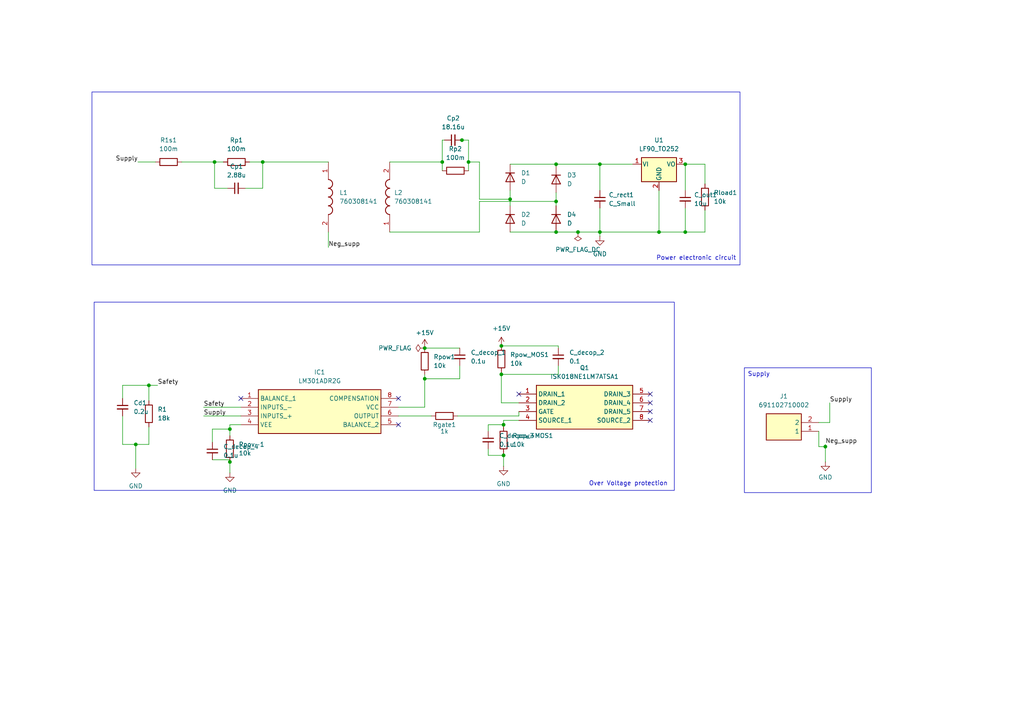
<source format=kicad_sch>
(kicad_sch
	(version 20231120)
	(generator "eeschema")
	(generator_version "8.0")
	(uuid "9a8ad81c-72db-4a36-9771-94a58bd547cb")
	(paper "A4")
	(lib_symbols
		(symbol "AC_Connector:691102710002"
			(exclude_from_sim no)
			(in_bom yes)
			(on_board yes)
			(property "Reference" "J"
				(at 16.51 7.62 0)
				(effects
					(font
						(size 1.27 1.27)
					)
					(justify left top)
				)
			)
			(property "Value" "691102710002"
				(at 16.51 5.08 0)
				(effects
					(font
						(size 1.27 1.27)
					)
					(justify left top)
				)
			)
			(property "Footprint" "SHDR2W100P0X500_1X2_1000X750X990P"
				(at 16.51 -94.92 0)
				(effects
					(font
						(size 1.27 1.27)
					)
					(justify left top)
					(hide yes)
				)
			)
			(property "Datasheet" "https://www.mouser.in/datasheet/2/445/691102710002-1719152.pdf"
				(at 16.51 -194.92 0)
				(effects
					(font
						(size 1.27 1.27)
					)
					(justify left top)
					(hide yes)
				)
			)
			(property "Description" "Wurth Elektronik 102 Series 5mm Pitch Straight, PCB Terminal Block, Through Hole, 2 Way"
				(at 0 0 0)
				(effects
					(font
						(size 1.27 1.27)
					)
					(hide yes)
				)
			)
			(property "Height" "9.9"
				(at 16.51 -394.92 0)
				(effects
					(font
						(size 1.27 1.27)
					)
					(justify left top)
					(hide yes)
				)
			)
			(property "Mouser Part Number" "710-691102710002"
				(at 16.51 -494.92 0)
				(effects
					(font
						(size 1.27 1.27)
					)
					(justify left top)
					(hide yes)
				)
			)
			(property "Mouser Price/Stock" "https://www.mouser.co.uk/ProductDetail/Wurth-Elektronik/691102710002?qs=2kOmHSv6VfRAbNUBaZNuBg%3D%3D"
				(at 16.51 -594.92 0)
				(effects
					(font
						(size 1.27 1.27)
					)
					(justify left top)
					(hide yes)
				)
			)
			(property "Manufacturer_Name" "Wurth Elektronik"
				(at 16.51 -694.92 0)
				(effects
					(font
						(size 1.27 1.27)
					)
					(justify left top)
					(hide yes)
				)
			)
			(property "Manufacturer_Part_Number" "691102710002"
				(at 16.51 -794.92 0)
				(effects
					(font
						(size 1.27 1.27)
					)
					(justify left top)
					(hide yes)
				)
			)
			(symbol "691102710002_1_1"
				(rectangle
					(start 5.08 2.54)
					(end 15.24 -5.08)
					(stroke
						(width 0.254)
						(type default)
					)
					(fill
						(type background)
					)
				)
				(pin passive line
					(at 0 0 0)
					(length 5.08)
					(name "1"
						(effects
							(font
								(size 1.27 1.27)
							)
						)
					)
					(number "1"
						(effects
							(font
								(size 1.27 1.27)
							)
						)
					)
				)
				(pin passive line
					(at 0 -2.54 0)
					(length 5.08)
					(name "2"
						(effects
							(font
								(size 1.27 1.27)
							)
						)
					)
					(number "2"
						(effects
							(font
								(size 1.27 1.27)
							)
						)
					)
				)
			)
		)
		(symbol "Device:C_Small"
			(pin_numbers hide)
			(pin_names
				(offset 0.254) hide)
			(exclude_from_sim no)
			(in_bom yes)
			(on_board yes)
			(property "Reference" "C"
				(at 0.254 1.778 0)
				(effects
					(font
						(size 1.27 1.27)
					)
					(justify left)
				)
			)
			(property "Value" "C_Small"
				(at 0.254 -2.032 0)
				(effects
					(font
						(size 1.27 1.27)
					)
					(justify left)
				)
			)
			(property "Footprint" ""
				(at 0 0 0)
				(effects
					(font
						(size 1.27 1.27)
					)
					(hide yes)
				)
			)
			(property "Datasheet" "~"
				(at 0 0 0)
				(effects
					(font
						(size 1.27 1.27)
					)
					(hide yes)
				)
			)
			(property "Description" "Unpolarized capacitor, small symbol"
				(at 0 0 0)
				(effects
					(font
						(size 1.27 1.27)
					)
					(hide yes)
				)
			)
			(property "ki_keywords" "capacitor cap"
				(at 0 0 0)
				(effects
					(font
						(size 1.27 1.27)
					)
					(hide yes)
				)
			)
			(property "ki_fp_filters" "C_*"
				(at 0 0 0)
				(effects
					(font
						(size 1.27 1.27)
					)
					(hide yes)
				)
			)
			(symbol "C_Small_0_1"
				(polyline
					(pts
						(xy -1.524 -0.508) (xy 1.524 -0.508)
					)
					(stroke
						(width 0.3302)
						(type default)
					)
					(fill
						(type none)
					)
				)
				(polyline
					(pts
						(xy -1.524 0.508) (xy 1.524 0.508)
					)
					(stroke
						(width 0.3048)
						(type default)
					)
					(fill
						(type none)
					)
				)
			)
			(symbol "C_Small_1_1"
				(pin passive line
					(at 0 2.54 270)
					(length 2.032)
					(name "~"
						(effects
							(font
								(size 1.27 1.27)
							)
						)
					)
					(number "1"
						(effects
							(font
								(size 1.27 1.27)
							)
						)
					)
				)
				(pin passive line
					(at 0 -2.54 90)
					(length 2.032)
					(name "~"
						(effects
							(font
								(size 1.27 1.27)
							)
						)
					)
					(number "2"
						(effects
							(font
								(size 1.27 1.27)
							)
						)
					)
				)
			)
		)
		(symbol "Device:D"
			(pin_numbers hide)
			(pin_names
				(offset 1.016) hide)
			(exclude_from_sim no)
			(in_bom yes)
			(on_board yes)
			(property "Reference" "D"
				(at 0 2.54 0)
				(effects
					(font
						(size 1.27 1.27)
					)
				)
			)
			(property "Value" "D"
				(at 0 -2.54 0)
				(effects
					(font
						(size 1.27 1.27)
					)
				)
			)
			(property "Footprint" ""
				(at 0 0 0)
				(effects
					(font
						(size 1.27 1.27)
					)
					(hide yes)
				)
			)
			(property "Datasheet" "~"
				(at 0 0 0)
				(effects
					(font
						(size 1.27 1.27)
					)
					(hide yes)
				)
			)
			(property "Description" "Diode"
				(at 0 0 0)
				(effects
					(font
						(size 1.27 1.27)
					)
					(hide yes)
				)
			)
			(property "Sim.Device" "D"
				(at 0 0 0)
				(effects
					(font
						(size 1.27 1.27)
					)
					(hide yes)
				)
			)
			(property "Sim.Pins" "1=K 2=A"
				(at 0 0 0)
				(effects
					(font
						(size 1.27 1.27)
					)
					(hide yes)
				)
			)
			(property "ki_keywords" "diode"
				(at 0 0 0)
				(effects
					(font
						(size 1.27 1.27)
					)
					(hide yes)
				)
			)
			(property "ki_fp_filters" "TO-???* *_Diode_* *SingleDiode* D_*"
				(at 0 0 0)
				(effects
					(font
						(size 1.27 1.27)
					)
					(hide yes)
				)
			)
			(symbol "D_0_1"
				(polyline
					(pts
						(xy -1.27 1.27) (xy -1.27 -1.27)
					)
					(stroke
						(width 0.254)
						(type default)
					)
					(fill
						(type none)
					)
				)
				(polyline
					(pts
						(xy 1.27 0) (xy -1.27 0)
					)
					(stroke
						(width 0)
						(type default)
					)
					(fill
						(type none)
					)
				)
				(polyline
					(pts
						(xy 1.27 1.27) (xy 1.27 -1.27) (xy -1.27 0) (xy 1.27 1.27)
					)
					(stroke
						(width 0.254)
						(type default)
					)
					(fill
						(type none)
					)
				)
			)
			(symbol "D_1_1"
				(pin passive line
					(at -3.81 0 0)
					(length 2.54)
					(name "K"
						(effects
							(font
								(size 1.27 1.27)
							)
						)
					)
					(number "1"
						(effects
							(font
								(size 1.27 1.27)
							)
						)
					)
				)
				(pin passive line
					(at 3.81 0 180)
					(length 2.54)
					(name "A"
						(effects
							(font
								(size 1.27 1.27)
							)
						)
					)
					(number "2"
						(effects
							(font
								(size 1.27 1.27)
							)
						)
					)
				)
			)
		)
		(symbol "Device:R"
			(pin_numbers hide)
			(pin_names
				(offset 0)
			)
			(exclude_from_sim no)
			(in_bom yes)
			(on_board yes)
			(property "Reference" "R"
				(at 2.032 0 90)
				(effects
					(font
						(size 1.27 1.27)
					)
				)
			)
			(property "Value" "R"
				(at 0 0 90)
				(effects
					(font
						(size 1.27 1.27)
					)
				)
			)
			(property "Footprint" ""
				(at -1.778 0 90)
				(effects
					(font
						(size 1.27 1.27)
					)
					(hide yes)
				)
			)
			(property "Datasheet" "~"
				(at 0 0 0)
				(effects
					(font
						(size 1.27 1.27)
					)
					(hide yes)
				)
			)
			(property "Description" "Resistor"
				(at 0 0 0)
				(effects
					(font
						(size 1.27 1.27)
					)
					(hide yes)
				)
			)
			(property "ki_keywords" "R res resistor"
				(at 0 0 0)
				(effects
					(font
						(size 1.27 1.27)
					)
					(hide yes)
				)
			)
			(property "ki_fp_filters" "R_*"
				(at 0 0 0)
				(effects
					(font
						(size 1.27 1.27)
					)
					(hide yes)
				)
			)
			(symbol "R_0_1"
				(rectangle
					(start -1.016 -2.54)
					(end 1.016 2.54)
					(stroke
						(width 0.254)
						(type default)
					)
					(fill
						(type none)
					)
				)
			)
			(symbol "R_1_1"
				(pin passive line
					(at 0 3.81 270)
					(length 1.27)
					(name "~"
						(effects
							(font
								(size 1.27 1.27)
							)
						)
					)
					(number "1"
						(effects
							(font
								(size 1.27 1.27)
							)
						)
					)
				)
				(pin passive line
					(at 0 -3.81 90)
					(length 1.27)
					(name "~"
						(effects
							(font
								(size 1.27 1.27)
							)
						)
					)
					(number "2"
						(effects
							(font
								(size 1.27 1.27)
							)
						)
					)
				)
			)
		)
		(symbol "ISK018NE1LM7ATSA1:ISK018NE1LM7ATSA1"
			(exclude_from_sim no)
			(in_bom yes)
			(on_board yes)
			(property "Reference" "Q"
				(at 34.29 7.62 0)
				(effects
					(font
						(size 1.27 1.27)
					)
					(justify left top)
				)
			)
			(property "Value" "ISK018NE1LM7ATSA1"
				(at 34.29 5.08 0)
				(effects
					(font
						(size 1.27 1.27)
					)
					(justify left top)
				)
			)
			(property "Footprint" "ISK018NE1LM7ATSA1"
				(at 34.29 -94.92 0)
				(effects
					(font
						(size 1.27 1.27)
					)
					(justify left top)
					(hide yes)
				)
			)
			(property "Datasheet" "https://www.infineon.com/dgdl/Infineon-ISK018NE1LM7-DataSheet-v02_01-EN.pdf?fileId=8ac78c8c8ada5435018ae4c220414791"
				(at 34.29 -194.92 0)
				(effects
					(font
						(size 1.27 1.27)
					)
					(justify left top)
					(hide yes)
				)
			)
			(property "Description" "N-Channel 15 V 30A (Ta), 129A (Tc) 2.1W (Ta), 39W (Tc) Surface Mount PG-VSON-6-1"
				(at 0 0 0)
				(effects
					(font
						(size 1.27 1.27)
					)
					(hide yes)
				)
			)
			(property "Height" "0.9"
				(at 34.29 -394.92 0)
				(effects
					(font
						(size 1.27 1.27)
					)
					(justify left top)
					(hide yes)
				)
			)
			(property "Mouser Part Number" ""
				(at 34.29 -494.92 0)
				(effects
					(font
						(size 1.27 1.27)
					)
					(justify left top)
					(hide yes)
				)
			)
			(property "Mouser Price/Stock" ""
				(at 34.29 -594.92 0)
				(effects
					(font
						(size 1.27 1.27)
					)
					(justify left top)
					(hide yes)
				)
			)
			(property "Manufacturer_Name" "Infineon"
				(at 34.29 -694.92 0)
				(effects
					(font
						(size 1.27 1.27)
					)
					(justify left top)
					(hide yes)
				)
			)
			(property "Manufacturer_Part_Number" "ISK018NE1LM7ATSA1"
				(at 34.29 -794.92 0)
				(effects
					(font
						(size 1.27 1.27)
					)
					(justify left top)
					(hide yes)
				)
			)
			(symbol "ISK018NE1LM7ATSA1_1_1"
				(rectangle
					(start 5.08 2.54)
					(end 33.02 -10.16)
					(stroke
						(width 0.254)
						(type default)
					)
					(fill
						(type background)
					)
				)
				(pin passive line
					(at 0 0 0)
					(length 5.08)
					(name "DRAIN_1"
						(effects
							(font
								(size 1.27 1.27)
							)
						)
					)
					(number "1"
						(effects
							(font
								(size 1.27 1.27)
							)
						)
					)
				)
				(pin passive line
					(at 0 -2.54 0)
					(length 5.08)
					(name "DRAIN_2"
						(effects
							(font
								(size 1.27 1.27)
							)
						)
					)
					(number "2"
						(effects
							(font
								(size 1.27 1.27)
							)
						)
					)
				)
				(pin passive line
					(at 0 -5.08 0)
					(length 5.08)
					(name "GATE"
						(effects
							(font
								(size 1.27 1.27)
							)
						)
					)
					(number "3"
						(effects
							(font
								(size 1.27 1.27)
							)
						)
					)
				)
				(pin passive line
					(at 0 -7.62 0)
					(length 5.08)
					(name "SOURCE_1"
						(effects
							(font
								(size 1.27 1.27)
							)
						)
					)
					(number "4"
						(effects
							(font
								(size 1.27 1.27)
							)
						)
					)
				)
				(pin passive line
					(at 38.1 0 180)
					(length 5.08)
					(name "DRAIN_3"
						(effects
							(font
								(size 1.27 1.27)
							)
						)
					)
					(number "5"
						(effects
							(font
								(size 1.27 1.27)
							)
						)
					)
				)
				(pin passive line
					(at 38.1 -2.54 180)
					(length 5.08)
					(name "DRAIN_4"
						(effects
							(font
								(size 1.27 1.27)
							)
						)
					)
					(number "6"
						(effects
							(font
								(size 1.27 1.27)
							)
						)
					)
				)
				(pin passive line
					(at 38.1 -5.08 180)
					(length 5.08)
					(name "DRAIN_5"
						(effects
							(font
								(size 1.27 1.27)
							)
						)
					)
					(number "7"
						(effects
							(font
								(size 1.27 1.27)
							)
						)
					)
				)
				(pin passive line
					(at 38.1 -7.62 180)
					(length 5.08)
					(name "SOURCE_2"
						(effects
							(font
								(size 1.27 1.27)
							)
						)
					)
					(number "8"
						(effects
							(font
								(size 1.27 1.27)
							)
						)
					)
				)
			)
		)
		(symbol "LM301ADR2G:LM301ADR2G"
			(exclude_from_sim no)
			(in_bom yes)
			(on_board yes)
			(property "Reference" "IC"
				(at 41.91 7.62 0)
				(effects
					(font
						(size 1.27 1.27)
					)
					(justify left top)
				)
			)
			(property "Value" "LM301ADR2G"
				(at 41.91 5.08 0)
				(effects
					(font
						(size 1.27 1.27)
					)
					(justify left top)
				)
			)
			(property "Footprint" "SOIC127P600X175-8N"
				(at 41.91 -94.92 0)
				(effects
					(font
						(size 1.27 1.27)
					)
					(justify left top)
					(hide yes)
				)
			)
			(property "Datasheet" "https://www.onsemi.com/pub/Collateral/LM301A-D.PDF"
				(at 41.91 -194.92 0)
				(effects
					(font
						(size 1.27 1.27)
					)
					(justify left top)
					(hide yes)
				)
			)
			(property "Description" "Class AB Output Provides Excellent Linearity; Low Input Offset Current: 20 nA Maximum Over Temperature Range; Guaranteed Drift Characteristics; External Frequency Compensation for Flexibility; Output Short Circuit Protection; Pb-Free Packages are Available"
				(at 0 0 0)
				(effects
					(font
						(size 1.27 1.27)
					)
					(hide yes)
				)
			)
			(property "Height" "1.75"
				(at 41.91 -394.92 0)
				(effects
					(font
						(size 1.27 1.27)
					)
					(justify left top)
					(hide yes)
				)
			)
			(property "Mouser Part Number" "863-LM301ADR2G"
				(at 41.91 -494.92 0)
				(effects
					(font
						(size 1.27 1.27)
					)
					(justify left top)
					(hide yes)
				)
			)
			(property "Mouser Price/Stock" "https://www.mouser.co.uk/ProductDetail/onsemi/LM301ADR2G?qs=2OtswVQKCOHFiy3ngvF9Aw%3D%3D"
				(at 41.91 -594.92 0)
				(effects
					(font
						(size 1.27 1.27)
					)
					(justify left top)
					(hide yes)
				)
			)
			(property "Manufacturer_Name" "onsemi"
				(at 41.91 -694.92 0)
				(effects
					(font
						(size 1.27 1.27)
					)
					(justify left top)
					(hide yes)
				)
			)
			(property "Manufacturer_Part_Number" "LM301ADR2G"
				(at 41.91 -794.92 0)
				(effects
					(font
						(size 1.27 1.27)
					)
					(justify left top)
					(hide yes)
				)
			)
			(symbol "LM301ADR2G_1_1"
				(rectangle
					(start 5.08 2.54)
					(end 40.64 -10.16)
					(stroke
						(width 0.254)
						(type default)
					)
					(fill
						(type background)
					)
				)
				(pin passive line
					(at 0 0 0)
					(length 5.08)
					(name "BALANCE_1"
						(effects
							(font
								(size 1.27 1.27)
							)
						)
					)
					(number "1"
						(effects
							(font
								(size 1.27 1.27)
							)
						)
					)
				)
				(pin passive line
					(at 0 -2.54 0)
					(length 5.08)
					(name "INPUTS_-"
						(effects
							(font
								(size 1.27 1.27)
							)
						)
					)
					(number "2"
						(effects
							(font
								(size 1.27 1.27)
							)
						)
					)
				)
				(pin passive line
					(at 0 -5.08 0)
					(length 5.08)
					(name "INPUTS_+"
						(effects
							(font
								(size 1.27 1.27)
							)
						)
					)
					(number "3"
						(effects
							(font
								(size 1.27 1.27)
							)
						)
					)
				)
				(pin passive line
					(at 0 -7.62 0)
					(length 5.08)
					(name "VEE"
						(effects
							(font
								(size 1.27 1.27)
							)
						)
					)
					(number "4"
						(effects
							(font
								(size 1.27 1.27)
							)
						)
					)
				)
				(pin passive line
					(at 45.72 -7.62 180)
					(length 5.08)
					(name "BALANCE_2"
						(effects
							(font
								(size 1.27 1.27)
							)
						)
					)
					(number "5"
						(effects
							(font
								(size 1.27 1.27)
							)
						)
					)
				)
				(pin passive line
					(at 45.72 -5.08 180)
					(length 5.08)
					(name "OUTPUT"
						(effects
							(font
								(size 1.27 1.27)
							)
						)
					)
					(number "6"
						(effects
							(font
								(size 1.27 1.27)
							)
						)
					)
				)
				(pin passive line
					(at 45.72 -2.54 180)
					(length 5.08)
					(name "VCC"
						(effects
							(font
								(size 1.27 1.27)
							)
						)
					)
					(number "7"
						(effects
							(font
								(size 1.27 1.27)
							)
						)
					)
				)
				(pin passive line
					(at 45.72 0 180)
					(length 5.08)
					(name "COMPENSATION"
						(effects
							(font
								(size 1.27 1.27)
							)
						)
					)
					(number "8"
						(effects
							(font
								(size 1.27 1.27)
							)
						)
					)
				)
			)
		)
		(symbol "Regulator_Linear:LF90_TO252"
			(pin_names
				(offset 0.254)
			)
			(exclude_from_sim no)
			(in_bom yes)
			(on_board yes)
			(property "Reference" "U"
				(at -3.81 3.175 0)
				(effects
					(font
						(size 1.27 1.27)
					)
				)
			)
			(property "Value" "LF90_TO252"
				(at 0 3.175 0)
				(effects
					(font
						(size 1.27 1.27)
					)
					(justify left)
				)
			)
			(property "Footprint" "Package_TO_SOT_SMD:TO-252-2"
				(at 0 5.715 0)
				(effects
					(font
						(size 1.27 1.27)
						(italic yes)
					)
					(hide yes)
				)
			)
			(property "Datasheet" "http://www.st.com/content/ccc/resource/technical/document/datasheet/c4/0e/7e/2a/be/bc/4c/bd/CD00000546.pdf/files/CD00000546.pdf/jcr:content/translations/en.CD00000546.pdf"
				(at 0 -1.27 0)
				(effects
					(font
						(size 1.27 1.27)
					)
					(hide yes)
				)
			)
			(property "Description" "Low-drop Voltage Regulator, Io up to 500mA, Fixed Vo 9.0V, TO-252 (DPAK)"
				(at 0 0 0)
				(effects
					(font
						(size 1.27 1.27)
					)
					(hide yes)
				)
			)
			(property "ki_keywords" "LDO regulator voltage"
				(at 0 0 0)
				(effects
					(font
						(size 1.27 1.27)
					)
					(hide yes)
				)
			)
			(property "ki_fp_filters" "TO?252*"
				(at 0 0 0)
				(effects
					(font
						(size 1.27 1.27)
					)
					(hide yes)
				)
			)
			(symbol "LF90_TO252_0_1"
				(rectangle
					(start -5.08 1.905)
					(end 5.08 -5.08)
					(stroke
						(width 0.254)
						(type default)
					)
					(fill
						(type background)
					)
				)
			)
			(symbol "LF90_TO252_1_1"
				(pin power_in line
					(at -7.62 0 0)
					(length 2.54)
					(name "VI"
						(effects
							(font
								(size 1.27 1.27)
							)
						)
					)
					(number "1"
						(effects
							(font
								(size 1.27 1.27)
							)
						)
					)
				)
				(pin power_in line
					(at 0 -7.62 90)
					(length 2.54)
					(name "GND"
						(effects
							(font
								(size 1.27 1.27)
							)
						)
					)
					(number "2"
						(effects
							(font
								(size 1.27 1.27)
							)
						)
					)
				)
				(pin power_out line
					(at 7.62 0 180)
					(length 2.54)
					(name "VO"
						(effects
							(font
								(size 1.27 1.27)
							)
						)
					)
					(number "3"
						(effects
							(font
								(size 1.27 1.27)
							)
						)
					)
				)
			)
		)
		(symbol "WPT:760308141"
			(pin_names hide)
			(exclude_from_sim no)
			(in_bom yes)
			(on_board yes)
			(property "Reference" "L"
				(at 16.51 6.35 0)
				(effects
					(font
						(size 1.27 1.27)
					)
					(justify left top)
				)
			)
			(property "Value" "760308141"
				(at 16.51 3.81 0)
				(effects
					(font
						(size 1.27 1.27)
					)
					(justify left top)
				)
			)
			(property "Footprint" "760308141"
				(at 16.51 -96.19 0)
				(effects
					(font
						(size 1.27 1.27)
					)
					(justify left top)
					(hide yes)
				)
			)
			(property "Datasheet" "https://componentsearchengine.com/Datasheets/1/760308141.pdf"
				(at 16.51 -196.19 0)
				(effects
					(font
						(size 1.27 1.27)
					)
					(justify left top)
					(hide yes)
				)
			)
			(property "Description" "WE-WPCC Wireless Charging Coil 10uH 9A Wurth 10 uH  /-10% Ferrite Wireless Charging Coil, Max SRF:11MHz, Q:200, 9A Idc, 0.03Ohm Rdc WE-WPCC"
				(at 0 0 0)
				(effects
					(font
						(size 1.27 1.27)
					)
					(hide yes)
				)
			)
			(property "Height" "6.5"
				(at 16.51 -396.19 0)
				(effects
					(font
						(size 1.27 1.27)
					)
					(justify left top)
					(hide yes)
				)
			)
			(property "Mouser Part Number" "710-760308141"
				(at 16.51 -496.19 0)
				(effects
					(font
						(size 1.27 1.27)
					)
					(justify left top)
					(hide yes)
				)
			)
			(property "Mouser Price/Stock" "https://www.mouser.com/Search/Refine.aspx?Keyword=710-760308141"
				(at 16.51 -596.19 0)
				(effects
					(font
						(size 1.27 1.27)
					)
					(justify left top)
					(hide yes)
				)
			)
			(property "Manufacturer_Name" "Wurth Elektronik"
				(at 16.51 -696.19 0)
				(effects
					(font
						(size 1.27 1.27)
					)
					(justify left top)
					(hide yes)
				)
			)
			(property "Manufacturer_Part_Number" "760308141"
				(at 16.51 -796.19 0)
				(effects
					(font
						(size 1.27 1.27)
					)
					(justify left top)
					(hide yes)
				)
			)
			(symbol "760308141_1_1"
				(arc
					(start 7.62 0)
					(mid 6.35 1.219)
					(end 5.08 0)
					(stroke
						(width 0.254)
						(type default)
					)
					(fill
						(type none)
					)
				)
				(arc
					(start 10.16 0)
					(mid 8.89 1.219)
					(end 7.62 0)
					(stroke
						(width 0.254)
						(type default)
					)
					(fill
						(type none)
					)
				)
				(arc
					(start 12.7 0)
					(mid 11.43 1.219)
					(end 10.16 0)
					(stroke
						(width 0.254)
						(type default)
					)
					(fill
						(type none)
					)
				)
				(arc
					(start 15.24 0)
					(mid 13.97 1.219)
					(end 12.7 0)
					(stroke
						(width 0.254)
						(type default)
					)
					(fill
						(type none)
					)
				)
				(pin passive line
					(at 0 0 0)
					(length 5.08)
					(name "1"
						(effects
							(font
								(size 1.27 1.27)
							)
						)
					)
					(number "1"
						(effects
							(font
								(size 1.27 1.27)
							)
						)
					)
				)
				(pin passive line
					(at 20.32 0 180)
					(length 5.08)
					(name "2"
						(effects
							(font
								(size 1.27 1.27)
							)
						)
					)
					(number "2"
						(effects
							(font
								(size 1.27 1.27)
							)
						)
					)
				)
			)
		)
		(symbol "power:+15V"
			(power)
			(pin_numbers hide)
			(pin_names
				(offset 0) hide)
			(exclude_from_sim no)
			(in_bom yes)
			(on_board yes)
			(property "Reference" "#PWR"
				(at 0 -3.81 0)
				(effects
					(font
						(size 1.27 1.27)
					)
					(hide yes)
				)
			)
			(property "Value" "+15V"
				(at 0 3.556 0)
				(effects
					(font
						(size 1.27 1.27)
					)
				)
			)
			(property "Footprint" ""
				(at 0 0 0)
				(effects
					(font
						(size 1.27 1.27)
					)
					(hide yes)
				)
			)
			(property "Datasheet" ""
				(at 0 0 0)
				(effects
					(font
						(size 1.27 1.27)
					)
					(hide yes)
				)
			)
			(property "Description" "Power symbol creates a global label with name \"+15V\""
				(at 0 0 0)
				(effects
					(font
						(size 1.27 1.27)
					)
					(hide yes)
				)
			)
			(property "ki_keywords" "global power"
				(at 0 0 0)
				(effects
					(font
						(size 1.27 1.27)
					)
					(hide yes)
				)
			)
			(symbol "+15V_0_1"
				(polyline
					(pts
						(xy -0.762 1.27) (xy 0 2.54)
					)
					(stroke
						(width 0)
						(type default)
					)
					(fill
						(type none)
					)
				)
				(polyline
					(pts
						(xy 0 0) (xy 0 2.54)
					)
					(stroke
						(width 0)
						(type default)
					)
					(fill
						(type none)
					)
				)
				(polyline
					(pts
						(xy 0 2.54) (xy 0.762 1.27)
					)
					(stroke
						(width 0)
						(type default)
					)
					(fill
						(type none)
					)
				)
			)
			(symbol "+15V_1_1"
				(pin power_in line
					(at 0 0 90)
					(length 0)
					(name "~"
						(effects
							(font
								(size 1.27 1.27)
							)
						)
					)
					(number "1"
						(effects
							(font
								(size 1.27 1.27)
							)
						)
					)
				)
			)
		)
		(symbol "power:GND"
			(power)
			(pin_numbers hide)
			(pin_names
				(offset 0) hide)
			(exclude_from_sim no)
			(in_bom yes)
			(on_board yes)
			(property "Reference" "#PWR"
				(at 0 -6.35 0)
				(effects
					(font
						(size 1.27 1.27)
					)
					(hide yes)
				)
			)
			(property "Value" "GND"
				(at 0 -3.81 0)
				(effects
					(font
						(size 1.27 1.27)
					)
				)
			)
			(property "Footprint" ""
				(at 0 0 0)
				(effects
					(font
						(size 1.27 1.27)
					)
					(hide yes)
				)
			)
			(property "Datasheet" ""
				(at 0 0 0)
				(effects
					(font
						(size 1.27 1.27)
					)
					(hide yes)
				)
			)
			(property "Description" "Power symbol creates a global label with name \"GND\" , ground"
				(at 0 0 0)
				(effects
					(font
						(size 1.27 1.27)
					)
					(hide yes)
				)
			)
			(property "ki_keywords" "global power"
				(at 0 0 0)
				(effects
					(font
						(size 1.27 1.27)
					)
					(hide yes)
				)
			)
			(symbol "GND_0_1"
				(polyline
					(pts
						(xy 0 0) (xy 0 -1.27) (xy 1.27 -1.27) (xy 0 -2.54) (xy -1.27 -1.27) (xy 0 -1.27)
					)
					(stroke
						(width 0)
						(type default)
					)
					(fill
						(type none)
					)
				)
			)
			(symbol "GND_1_1"
				(pin power_in line
					(at 0 0 270)
					(length 0)
					(name "~"
						(effects
							(font
								(size 1.27 1.27)
							)
						)
					)
					(number "1"
						(effects
							(font
								(size 1.27 1.27)
							)
						)
					)
				)
			)
		)
		(symbol "power:PWR_FLAG"
			(power)
			(pin_numbers hide)
			(pin_names
				(offset 0) hide)
			(exclude_from_sim no)
			(in_bom yes)
			(on_board yes)
			(property "Reference" "#FLG"
				(at 0 1.905 0)
				(effects
					(font
						(size 1.27 1.27)
					)
					(hide yes)
				)
			)
			(property "Value" "PWR_FLAG"
				(at 0 3.81 0)
				(effects
					(font
						(size 1.27 1.27)
					)
				)
			)
			(property "Footprint" ""
				(at 0 0 0)
				(effects
					(font
						(size 1.27 1.27)
					)
					(hide yes)
				)
			)
			(property "Datasheet" "~"
				(at 0 0 0)
				(effects
					(font
						(size 1.27 1.27)
					)
					(hide yes)
				)
			)
			(property "Description" "Special symbol for telling ERC where power comes from"
				(at 0 0 0)
				(effects
					(font
						(size 1.27 1.27)
					)
					(hide yes)
				)
			)
			(property "ki_keywords" "flag power"
				(at 0 0 0)
				(effects
					(font
						(size 1.27 1.27)
					)
					(hide yes)
				)
			)
			(symbol "PWR_FLAG_0_0"
				(pin power_out line
					(at 0 0 90)
					(length 0)
					(name "~"
						(effects
							(font
								(size 1.27 1.27)
							)
						)
					)
					(number "1"
						(effects
							(font
								(size 1.27 1.27)
							)
						)
					)
				)
			)
			(symbol "PWR_FLAG_0_1"
				(polyline
					(pts
						(xy 0 0) (xy 0 1.27) (xy -1.016 1.905) (xy 0 2.54) (xy 1.016 1.905) (xy 0 1.27)
					)
					(stroke
						(width 0)
						(type default)
					)
					(fill
						(type none)
					)
				)
			)
		)
	)
	(junction
		(at 145.415 108.585)
		(diameter 0)
		(color 0 0 0 0)
		(uuid "0835643a-ba10-445f-b53b-53e13d2b3597")
	)
	(junction
		(at 198.755 67.31)
		(diameter 0)
		(color 0 0 0 0)
		(uuid "1069d558-1ff0-42e8-aa95-bc2bb48e3a72")
	)
	(junction
		(at 128.27 46.99)
		(diameter 0)
		(color 0 0 0 0)
		(uuid "118ce7b5-897f-41f6-ae06-1b244d9cf87a")
	)
	(junction
		(at 147.955 57.785)
		(diameter 0)
		(color 0 0 0 0)
		(uuid "12e6ccac-db86-444b-91be-aa6fd9d2661c")
	)
	(junction
		(at 123.19 109.855)
		(diameter 0)
		(color 0 0 0 0)
		(uuid "27d86fcb-e9b1-4661-8e67-fcb5c8ef9bf2")
	)
	(junction
		(at 173.99 47.625)
		(diameter 0)
		(color 0 0 0 0)
		(uuid "295e1876-223b-476d-992a-65259c995cd8")
	)
	(junction
		(at 161.29 47.625)
		(diameter 0)
		(color 0 0 0 0)
		(uuid "2d4f9b13-2cd3-4abd-9f11-e7992e97a45b")
	)
	(junction
		(at 135.89 46.99)
		(diameter 0)
		(color 0 0 0 0)
		(uuid "2d50b36c-a3a5-466e-b480-9aa2048e8ae4")
	)
	(junction
		(at 167.64 67.31)
		(diameter 0)
		(color 0 0 0 0)
		(uuid "3c9046ba-c4be-434c-a7f1-5d12e246e703")
	)
	(junction
		(at 161.29 67.31)
		(diameter 0)
		(color 0 0 0 0)
		(uuid "452895a2-45ba-4539-846b-efcd5bf60b04")
	)
	(junction
		(at 76.2 46.99)
		(diameter 0)
		(color 0 0 0 0)
		(uuid "4be11e7e-2495-4c99-8a53-cac578e70a7d")
	)
	(junction
		(at 239.395 129.54)
		(diameter 0)
		(color 0 0 0 0)
		(uuid "5034206c-c598-4c00-862e-91db06baf300")
	)
	(junction
		(at 161.29 58.42)
		(diameter 0)
		(color 0 0 0 0)
		(uuid "5ecd4d29-d58e-4111-bb59-0735b8aee774")
	)
	(junction
		(at 145.415 100.33)
		(diameter 0)
		(color 0 0 0 0)
		(uuid "64b4544c-9b18-487e-93b3-e7028af052a5")
	)
	(junction
		(at 146.05 123.19)
		(diameter 0)
		(color 0 0 0 0)
		(uuid "652056e1-9b4c-4468-9231-a4752825b7d7")
	)
	(junction
		(at 66.675 133.985)
		(diameter 0)
		(color 0 0 0 0)
		(uuid "8539c9a8-07a0-477f-8b46-fbf3434977a8")
	)
	(junction
		(at 123.19 100.965)
		(diameter 0)
		(color 0 0 0 0)
		(uuid "86453918-e8a3-4f73-adec-227ad41ea4eb")
	)
	(junction
		(at 173.99 67.31)
		(diameter 0)
		(color 0 0 0 0)
		(uuid "87803b5b-c728-4db8-b8ca-9cc6c712285c")
	)
	(junction
		(at 133.985 40.64)
		(diameter 0)
		(color 0 0 0 0)
		(uuid "924dfb06-6650-4aef-8f0c-bd14d7e1baad")
	)
	(junction
		(at 146.05 132.08)
		(diameter 0)
		(color 0 0 0 0)
		(uuid "9d153587-8c5b-43aa-a03b-65a9da256c7e")
	)
	(junction
		(at 191.135 67.31)
		(diameter 0)
		(color 0 0 0 0)
		(uuid "9d71e394-8bf4-4079-86dd-ee638dc7d184")
	)
	(junction
		(at 198.755 47.625)
		(diameter 0)
		(color 0 0 0 0)
		(uuid "b25ab7e1-049d-4af9-aaa8-8242b932353e")
	)
	(junction
		(at 39.37 128.905)
		(diameter 0)
		(color 0 0 0 0)
		(uuid "b798e104-f353-4d70-903d-2abdba6d43b2")
	)
	(junction
		(at 66.675 124.46)
		(diameter 0)
		(color 0 0 0 0)
		(uuid "b9c231ae-5fc3-480c-bdfb-db091d319270")
	)
	(junction
		(at 62.23 46.99)
		(diameter 0)
		(color 0 0 0 0)
		(uuid "d0786658-9fed-440c-8a88-cc6fa0cbebaa")
	)
	(junction
		(at 43.18 111.76)
		(diameter 0)
		(color 0 0 0 0)
		(uuid "e3486715-eac6-4fc8-adc2-671a2eb5cf84")
	)
	(no_connect
		(at 188.595 114.3)
		(uuid "015951a6-4741-4bc6-9014-aaa6c0e6bd38")
	)
	(no_connect
		(at 115.57 123.19)
		(uuid "02182d0e-fb4c-4e50-86e1-4d9db2887fa4")
	)
	(no_connect
		(at 188.595 116.84)
		(uuid "132bf9bb-9a11-473d-a42c-d8fe82ab4c49")
	)
	(no_connect
		(at 69.85 115.57)
		(uuid "55e6e754-a529-44a3-aa4e-b31517a11b0d")
	)
	(no_connect
		(at 115.57 115.57)
		(uuid "560ba588-ca90-4652-a4ec-16f0645a728f")
	)
	(no_connect
		(at 188.595 121.92)
		(uuid "66cfdc43-a3de-48a2-87ea-58efab96d84e")
	)
	(no_connect
		(at 150.495 114.3)
		(uuid "e68bf4d1-8d54-4c92-a4e6-106458b1e389")
	)
	(no_connect
		(at 188.595 119.38)
		(uuid "e8459822-c24f-4a97-83bf-b5b58ad0209e")
	)
	(wire
		(pts
			(xy 141.605 132.08) (xy 146.05 132.08)
		)
		(stroke
			(width 0)
			(type default)
		)
		(uuid "00acdc50-63a3-4c65-96d5-658668389286")
	)
	(wire
		(pts
			(xy 191.135 67.31) (xy 198.755 67.31)
		)
		(stroke
			(width 0)
			(type default)
		)
		(uuid "026e8c16-305d-46e2-bc09-ecb1789c9995")
	)
	(wire
		(pts
			(xy 66.675 133.985) (xy 66.675 137.16)
		)
		(stroke
			(width 0)
			(type default)
		)
		(uuid "0a484212-3c34-4932-be0c-e304b00621ad")
	)
	(wire
		(pts
			(xy 191.135 55.245) (xy 191.135 67.31)
		)
		(stroke
			(width 0)
			(type default)
		)
		(uuid "0a821a60-e89d-4919-834c-f010a31ed4af")
	)
	(wire
		(pts
			(xy 167.64 67.31) (xy 161.29 67.31)
		)
		(stroke
			(width 0)
			(type default)
		)
		(uuid "0dfb83ba-91c8-40cd-ba21-fe6d9faad41c")
	)
	(wire
		(pts
			(xy 237.49 129.54) (xy 239.395 129.54)
		)
		(stroke
			(width 0)
			(type default)
		)
		(uuid "0e12cf5c-4287-4246-bf4d-c87ed5769943")
	)
	(wire
		(pts
			(xy 146.05 121.92) (xy 146.05 123.19)
		)
		(stroke
			(width 0)
			(type default)
		)
		(uuid "10718ad2-03bb-48f9-8ab2-4fbf34d27460")
	)
	(wire
		(pts
			(xy 132.715 120.65) (xy 150.495 120.65)
		)
		(stroke
			(width 0)
			(type default)
		)
		(uuid "12b768bf-001a-4466-9021-188701326272")
	)
	(wire
		(pts
			(xy 141.605 130.175) (xy 141.605 132.08)
		)
		(stroke
			(width 0)
			(type default)
		)
		(uuid "13bd4e27-1ebd-40ce-9855-d481de4c704c")
	)
	(wire
		(pts
			(xy 146.05 132.08) (xy 146.05 135.255)
		)
		(stroke
			(width 0)
			(type default)
		)
		(uuid "147adf62-fb8e-4558-b8a0-fbd86ae16a42")
	)
	(wire
		(pts
			(xy 66.675 123.19) (xy 66.675 124.46)
		)
		(stroke
			(width 0)
			(type default)
		)
		(uuid "1fbbcb7d-2389-4655-b22e-092206ff7324")
	)
	(wire
		(pts
			(xy 128.27 49.53) (xy 128.27 46.99)
		)
		(stroke
			(width 0)
			(type default)
		)
		(uuid "24137d31-dc84-4d54-8225-6f8f22b58fd4")
	)
	(wire
		(pts
			(xy 150.495 119.38) (xy 150.495 120.65)
		)
		(stroke
			(width 0)
			(type default)
		)
		(uuid "246c7ec9-3aff-4eb3-8777-926286edd38c")
	)
	(wire
		(pts
			(xy 147.955 57.785) (xy 147.955 59.69)
		)
		(stroke
			(width 0)
			(type default)
		)
		(uuid "2b3374cf-9708-488f-951a-253cbb0d5007")
	)
	(wire
		(pts
			(xy 239.395 128.905) (xy 239.395 129.54)
		)
		(stroke
			(width 0)
			(type default)
		)
		(uuid "2b8fef3a-c802-4f51-80ef-ed539e30a21f")
	)
	(wire
		(pts
			(xy 204.47 53.34) (xy 204.47 47.625)
		)
		(stroke
			(width 0)
			(type default)
		)
		(uuid "2db893be-3212-46e9-b31a-ae3d1e55da82")
	)
	(wire
		(pts
			(xy 141.605 125.095) (xy 141.605 123.19)
		)
		(stroke
			(width 0)
			(type default)
		)
		(uuid "2f5876fe-98f9-4f7e-b331-d63f57900dab")
	)
	(wire
		(pts
			(xy 123.19 109.855) (xy 123.19 118.11)
		)
		(stroke
			(width 0)
			(type default)
		)
		(uuid "320df2a9-2d53-480e-b6cd-4918e22f76d6")
	)
	(wire
		(pts
			(xy 191.135 67.31) (xy 173.99 67.31)
		)
		(stroke
			(width 0)
			(type default)
		)
		(uuid "366e7dd7-7b88-4e12-883d-9628281238b7")
	)
	(wire
		(pts
			(xy 61.595 124.46) (xy 66.675 124.46)
		)
		(stroke
			(width 0)
			(type default)
		)
		(uuid "377af881-d0ea-434d-a748-becf4f1c21d2")
	)
	(wire
		(pts
			(xy 62.23 46.99) (xy 64.77 46.99)
		)
		(stroke
			(width 0)
			(type default)
		)
		(uuid "3a814419-7e70-412b-a5e2-42fafd66258a")
	)
	(wire
		(pts
			(xy 161.29 55.88) (xy 161.29 58.42)
		)
		(stroke
			(width 0)
			(type default)
		)
		(uuid "3d505fba-2082-4c7a-a074-b5e1657f00c6")
	)
	(wire
		(pts
			(xy 35.56 115.57) (xy 35.56 111.76)
		)
		(stroke
			(width 0)
			(type default)
		)
		(uuid "3d88ba5e-df01-4832-aaa5-23e9f4190207")
	)
	(wire
		(pts
			(xy 133.985 40.64) (xy 135.89 40.64)
		)
		(stroke
			(width 0)
			(type default)
		)
		(uuid "3f3e3437-5fa2-4b6b-9dbf-5d445ad20998")
	)
	(wire
		(pts
			(xy 198.755 67.31) (xy 204.47 67.31)
		)
		(stroke
			(width 0)
			(type default)
		)
		(uuid "416d3f4e-9cfb-450a-897b-de8134ccb6e1")
	)
	(wire
		(pts
			(xy 123.19 100.965) (xy 133.35 100.965)
		)
		(stroke
			(width 0)
			(type default)
		)
		(uuid "4b077e67-43c6-40f1-ac34-fea6b65f2253")
	)
	(wire
		(pts
			(xy 161.29 58.42) (xy 161.29 59.69)
		)
		(stroke
			(width 0)
			(type default)
		)
		(uuid "4dffe552-27de-4864-8e73-4ed9b15657d1")
	)
	(wire
		(pts
			(xy 173.99 67.31) (xy 167.64 67.31)
		)
		(stroke
			(width 0)
			(type default)
		)
		(uuid "55d8ee12-4938-48a2-9f5b-df216c75232f")
	)
	(wire
		(pts
			(xy 139.065 67.31) (xy 113.03 67.31)
		)
		(stroke
			(width 0)
			(type default)
		)
		(uuid "566e3a85-cab8-4955-93d4-67bf6fbd2afd")
	)
	(wire
		(pts
			(xy 39.37 128.905) (xy 43.18 128.905)
		)
		(stroke
			(width 0)
			(type default)
		)
		(uuid "57fd7f51-d7cb-4a79-bf6b-b7f84a237768")
	)
	(wire
		(pts
			(xy 39.37 135.89) (xy 39.37 128.905)
		)
		(stroke
			(width 0)
			(type default)
		)
		(uuid "5a1623da-1107-40c8-9e9f-142656c845be")
	)
	(wire
		(pts
			(xy 128.27 40.64) (xy 128.905 40.64)
		)
		(stroke
			(width 0)
			(type default)
		)
		(uuid "5d47cf49-1cb0-45f0-9421-6c81ab25e0a1")
	)
	(wire
		(pts
			(xy 59.055 118.11) (xy 69.85 118.11)
		)
		(stroke
			(width 0)
			(type default)
		)
		(uuid "5da32c8b-9507-4223-a993-5291f802d6a2")
	)
	(wire
		(pts
			(xy 145.415 108.585) (xy 145.415 116.84)
		)
		(stroke
			(width 0)
			(type default)
		)
		(uuid "6618f410-ef69-4d7d-bf00-3aaeae8dbb52")
	)
	(wire
		(pts
			(xy 61.595 133.35) (xy 66.675 133.35)
		)
		(stroke
			(width 0)
			(type default)
		)
		(uuid "69a913f5-52ca-49f7-9411-2f652c1648d5")
	)
	(wire
		(pts
			(xy 237.49 122.555) (xy 240.665 122.555)
		)
		(stroke
			(width 0)
			(type default)
		)
		(uuid "6dca0825-0ac5-4814-8228-a8b5c3dbf462")
	)
	(wire
		(pts
			(xy 40.005 46.99) (xy 45.085 46.99)
		)
		(stroke
			(width 0)
			(type default)
		)
		(uuid "6e1d9880-8140-4593-8ce1-9187ef86cdfe")
	)
	(wire
		(pts
			(xy 128.27 46.99) (xy 128.27 40.64)
		)
		(stroke
			(width 0)
			(type default)
		)
		(uuid "6ed45d94-91f9-481f-bb78-b3c8df425667")
	)
	(wire
		(pts
			(xy 72.39 46.99) (xy 76.2 46.99)
		)
		(stroke
			(width 0)
			(type default)
		)
		(uuid "707ba6ba-e53b-4dd1-b957-a91cc9ca43cb")
	)
	(wire
		(pts
			(xy 198.755 60.325) (xy 198.755 67.31)
		)
		(stroke
			(width 0)
			(type default)
		)
		(uuid "713149d6-7e1d-426f-9e00-ba53bb08e3f2")
	)
	(wire
		(pts
			(xy 147.955 57.785) (xy 139.065 57.785)
		)
		(stroke
			(width 0)
			(type default)
		)
		(uuid "72769f68-9346-4e92-9d27-a731c1b3ccc6")
	)
	(wire
		(pts
			(xy 133.35 109.855) (xy 133.35 106.045)
		)
		(stroke
			(width 0)
			(type default)
		)
		(uuid "76a9e0e8-ab3a-43a1-9706-510fcac3ae63")
	)
	(wire
		(pts
			(xy 237.49 125.095) (xy 237.49 129.54)
		)
		(stroke
			(width 0)
			(type default)
		)
		(uuid "779b4b7e-7ff5-488e-a693-6d6b489511f5")
	)
	(wire
		(pts
			(xy 66.04 54.61) (xy 62.23 54.61)
		)
		(stroke
			(width 0)
			(type default)
		)
		(uuid "79877421-9bfc-4aab-8453-2af654a29926")
	)
	(wire
		(pts
			(xy 135.89 40.64) (xy 135.89 46.99)
		)
		(stroke
			(width 0)
			(type default)
		)
		(uuid "79cbaac1-8c7a-4b23-a6ff-6b1c86a3923f")
	)
	(wire
		(pts
			(xy 146.05 131.445) (xy 146.05 132.08)
		)
		(stroke
			(width 0)
			(type default)
		)
		(uuid "834697dc-b9d2-455c-acca-a53db401b2ec")
	)
	(wire
		(pts
			(xy 61.595 128.27) (xy 61.595 124.46)
		)
		(stroke
			(width 0)
			(type default)
		)
		(uuid "8483948f-d616-412d-b567-246e3c932b62")
	)
	(wire
		(pts
			(xy 115.57 120.65) (xy 125.095 120.65)
		)
		(stroke
			(width 0)
			(type default)
		)
		(uuid "85895c7e-403c-46d5-bcd8-e0f4a17582a8")
	)
	(wire
		(pts
			(xy 76.2 54.61) (xy 76.2 46.99)
		)
		(stroke
			(width 0)
			(type default)
		)
		(uuid "8b8c5017-5f64-41c9-8c35-71cf648cc97d")
	)
	(wire
		(pts
			(xy 52.705 46.99) (xy 62.23 46.99)
		)
		(stroke
			(width 0)
			(type default)
		)
		(uuid "8d15cc93-77ef-4361-b054-5cf1956a3aa4")
	)
	(wire
		(pts
			(xy 147.955 55.245) (xy 147.955 57.785)
		)
		(stroke
			(width 0)
			(type default)
		)
		(uuid "922ea30d-d6a1-4076-887c-65dad9e431d4")
	)
	(wire
		(pts
			(xy 173.99 47.625) (xy 183.515 47.625)
		)
		(stroke
			(width 0)
			(type default)
		)
		(uuid "941d987e-5dc0-4cef-99a8-6ace37524a68")
	)
	(wire
		(pts
			(xy 66.675 133.35) (xy 66.675 133.985)
		)
		(stroke
			(width 0)
			(type default)
		)
		(uuid "9566418a-7113-4fb3-9750-146d7d060863")
	)
	(wire
		(pts
			(xy 139.065 58.42) (xy 139.065 67.31)
		)
		(stroke
			(width 0)
			(type default)
		)
		(uuid "9aa4a87d-bc58-419e-8cc7-a366d8c61f1f")
	)
	(wire
		(pts
			(xy 139.065 57.785) (xy 139.065 46.99)
		)
		(stroke
			(width 0)
			(type default)
		)
		(uuid "9af0093a-5a0b-44d8-b240-216e395d8484")
	)
	(wire
		(pts
			(xy 161.29 47.625) (xy 173.99 47.625)
		)
		(stroke
			(width 0)
			(type default)
		)
		(uuid "a0c4a20b-6b22-4963-981b-1b51f1cb1a83")
	)
	(wire
		(pts
			(xy 145.415 116.84) (xy 150.495 116.84)
		)
		(stroke
			(width 0)
			(type default)
		)
		(uuid "aa33b464-2313-43ad-a460-702ef3d2112a")
	)
	(wire
		(pts
			(xy 141.605 123.19) (xy 146.05 123.19)
		)
		(stroke
			(width 0)
			(type default)
		)
		(uuid "adb97dbb-3c8f-45a7-8aa4-394ea24c6834")
	)
	(wire
		(pts
			(xy 240.665 116.84) (xy 240.665 122.555)
		)
		(stroke
			(width 0)
			(type default)
		)
		(uuid "b1690937-d0f6-4594-881d-5f8fd5d292dc")
	)
	(wire
		(pts
			(xy 66.675 124.46) (xy 66.675 126.365)
		)
		(stroke
			(width 0)
			(type default)
		)
		(uuid "b53e6ba2-57a8-46d0-b8e4-452742a04d83")
	)
	(wire
		(pts
			(xy 204.47 47.625) (xy 198.755 47.625)
		)
		(stroke
			(width 0)
			(type default)
		)
		(uuid "b9c51b42-81e7-42f3-8c50-7c5d05ed291e")
	)
	(wire
		(pts
			(xy 145.415 107.95) (xy 145.415 108.585)
		)
		(stroke
			(width 0)
			(type default)
		)
		(uuid "ba7e953e-9416-4566-a19d-1f6b8e2934b3")
	)
	(wire
		(pts
			(xy 146.05 123.19) (xy 146.05 123.825)
		)
		(stroke
			(width 0)
			(type default)
		)
		(uuid "bd638930-315d-4476-9f25-36af07f54f18")
	)
	(wire
		(pts
			(xy 161.29 47.625) (xy 161.29 48.26)
		)
		(stroke
			(width 0)
			(type default)
		)
		(uuid "beeeec4b-758b-4eb9-985c-78f3595c8166")
	)
	(wire
		(pts
			(xy 35.56 111.76) (xy 43.18 111.76)
		)
		(stroke
			(width 0)
			(type default)
		)
		(uuid "befdc26b-6270-49b4-bc1f-662b23b449c2")
	)
	(wire
		(pts
			(xy 62.23 54.61) (xy 62.23 46.99)
		)
		(stroke
			(width 0)
			(type default)
		)
		(uuid "bf800098-2989-48af-a4b3-1022a2fb85e9")
	)
	(wire
		(pts
			(xy 147.955 47.625) (xy 161.29 47.625)
		)
		(stroke
			(width 0)
			(type default)
		)
		(uuid "bfed45b9-b329-47df-89e6-d3229fbb1bbf")
	)
	(wire
		(pts
			(xy 43.18 111.76) (xy 43.18 116.205)
		)
		(stroke
			(width 0)
			(type default)
		)
		(uuid "c120624f-a1b6-4ce7-9983-85f7a481c9bd")
	)
	(wire
		(pts
			(xy 204.47 60.96) (xy 204.47 67.31)
		)
		(stroke
			(width 0)
			(type default)
		)
		(uuid "c148aede-b8f4-4a43-8871-d2f701130aea")
	)
	(wire
		(pts
			(xy 35.56 120.65) (xy 35.56 128.905)
		)
		(stroke
			(width 0)
			(type default)
		)
		(uuid "c4530602-18ef-42d0-9d22-6def459b8e6a")
	)
	(wire
		(pts
			(xy 198.755 47.625) (xy 198.755 55.245)
		)
		(stroke
			(width 0)
			(type default)
		)
		(uuid "c52a1806-0ae9-4c9d-a6a1-9ff30a8c9dae")
	)
	(wire
		(pts
			(xy 35.56 128.905) (xy 39.37 128.905)
		)
		(stroke
			(width 0)
			(type default)
		)
		(uuid "c6549f3d-6eb0-419d-9329-d3c83a0e7f47")
	)
	(wire
		(pts
			(xy 147.955 67.31) (xy 161.29 67.31)
		)
		(stroke
			(width 0)
			(type default)
		)
		(uuid "c6c3a1a8-fdf9-4f88-90ef-925e570a1465")
	)
	(wire
		(pts
			(xy 150.495 121.92) (xy 146.05 121.92)
		)
		(stroke
			(width 0)
			(type default)
		)
		(uuid "c7fc4da2-610c-493f-9863-96b04184b16b")
	)
	(wire
		(pts
			(xy 95.25 67.31) (xy 95.25 71.755)
		)
		(stroke
			(width 0)
			(type default)
		)
		(uuid "c856a7bd-4462-4f1a-ab05-1584fd5e1e6a")
	)
	(wire
		(pts
			(xy 161.29 58.42) (xy 139.065 58.42)
		)
		(stroke
			(width 0)
			(type default)
		)
		(uuid "c86158cb-a823-49fe-9735-0ea31bd3d2ee")
	)
	(wire
		(pts
			(xy 173.99 55.245) (xy 173.99 47.625)
		)
		(stroke
			(width 0)
			(type default)
		)
		(uuid "ca238333-549b-432c-828f-5d0d200b3c52")
	)
	(wire
		(pts
			(xy 161.925 100.33) (xy 145.415 100.33)
		)
		(stroke
			(width 0)
			(type default)
		)
		(uuid "cd1b99b6-cc83-430c-9e2b-a936ab26bbf2")
	)
	(wire
		(pts
			(xy 71.12 54.61) (xy 76.2 54.61)
		)
		(stroke
			(width 0)
			(type default)
		)
		(uuid "cf71703a-b827-48cd-af63-0d9b27581c1d")
	)
	(wire
		(pts
			(xy 135.89 46.99) (xy 135.89 49.53)
		)
		(stroke
			(width 0)
			(type default)
		)
		(uuid "d1cb4589-44c7-4761-83e6-c7214318cb3a")
	)
	(wire
		(pts
			(xy 123.19 108.585) (xy 123.19 109.855)
		)
		(stroke
			(width 0)
			(type default)
		)
		(uuid "d26fe33b-14e8-44fd-920d-144947ec37fd")
	)
	(wire
		(pts
			(xy 69.85 123.19) (xy 66.675 123.19)
		)
		(stroke
			(width 0)
			(type default)
		)
		(uuid "d337fd4b-6908-491b-aac3-f9faf48f6438")
	)
	(wire
		(pts
			(xy 123.19 109.855) (xy 133.35 109.855)
		)
		(stroke
			(width 0)
			(type default)
		)
		(uuid "d85dd72b-0e65-4dae-8063-d9133ebf76e8")
	)
	(wire
		(pts
			(xy 43.18 111.76) (xy 45.72 111.76)
		)
		(stroke
			(width 0)
			(type default)
		)
		(uuid "da5b701c-7ff3-4c1f-9f31-3a9f44094f26")
	)
	(wire
		(pts
			(xy 123.19 118.11) (xy 115.57 118.11)
		)
		(stroke
			(width 0)
			(type default)
		)
		(uuid "daa8b721-fd78-4b77-a8dc-0171c23d798c")
	)
	(wire
		(pts
			(xy 59.055 120.65) (xy 69.85 120.65)
		)
		(stroke
			(width 0)
			(type default)
		)
		(uuid "deb2b860-6319-498d-bcbb-27f79e4c9c09")
	)
	(wire
		(pts
			(xy 239.395 129.54) (xy 239.395 133.985)
		)
		(stroke
			(width 0)
			(type default)
		)
		(uuid "e1e04f6c-b777-4fa0-a007-882fed02d131")
	)
	(wire
		(pts
			(xy 173.99 60.325) (xy 173.99 67.31)
		)
		(stroke
			(width 0)
			(type default)
		)
		(uuid "e294233e-1159-4441-a561-b0631268f3cd")
	)
	(wire
		(pts
			(xy 161.925 100.965) (xy 161.925 100.33)
		)
		(stroke
			(width 0)
			(type default)
		)
		(uuid "e4c9ba06-cde4-4c1f-b82d-124f89e11f25")
	)
	(wire
		(pts
			(xy 139.065 46.99) (xy 135.89 46.99)
		)
		(stroke
			(width 0)
			(type default)
		)
		(uuid "e6b76b1c-cf74-4cb1-bfbe-302ca84dafc3")
	)
	(wire
		(pts
			(xy 161.925 106.045) (xy 161.925 108.585)
		)
		(stroke
			(width 0)
			(type default)
		)
		(uuid "eb9e39f4-42fd-45fb-9734-b11878815cd9")
	)
	(wire
		(pts
			(xy 113.03 46.99) (xy 128.27 46.99)
		)
		(stroke
			(width 0)
			(type default)
		)
		(uuid "eff80538-6b03-4285-81bf-9e172c55abb5")
	)
	(wire
		(pts
			(xy 161.925 108.585) (xy 145.415 108.585)
		)
		(stroke
			(width 0)
			(type default)
		)
		(uuid "f1ede8bc-3be2-4c9e-b28c-89fd051718ce")
	)
	(wire
		(pts
			(xy 76.2 46.99) (xy 95.25 46.99)
		)
		(stroke
			(width 0)
			(type default)
		)
		(uuid "f36cf65b-81cd-4787-ad95-3740ecb03254")
	)
	(wire
		(pts
			(xy 43.18 123.825) (xy 43.18 128.905)
		)
		(stroke
			(width 0)
			(type default)
		)
		(uuid "f386da0b-b7dc-4165-99b4-f56cebca57af")
	)
	(wire
		(pts
			(xy 173.99 67.31) (xy 173.99 68.58)
		)
		(stroke
			(width 0)
			(type default)
		)
		(uuid "fa2d585a-78d0-494a-bd1d-025cca8ff9a6")
	)
	(wire
		(pts
			(xy 133.35 40.64) (xy 133.985 40.64)
		)
		(stroke
			(width 0)
			(type default)
		)
		(uuid "ff350382-fd72-4b61-9199-537ef60f66ed")
	)
	(rectangle
		(start 27.305 87.63)
		(end 195.58 142.24)
		(stroke
			(width 0)
			(type default)
		)
		(fill
			(type none)
		)
		(uuid 993f5f37-dc4f-46ab-ae45-349f4c24b7fe)
	)
	(rectangle
		(start 26.67 26.67)
		(end 214.63 76.835)
		(stroke
			(width 0)
			(type default)
		)
		(fill
			(type none)
		)
		(uuid 9c32ee8b-2b8c-4941-b057-0f9ad513e3ae)
	)
	(text_box "Supply\n"
		(exclude_from_sim no)
		(at 215.9 106.68 0)
		(size 36.83 36.195)
		(stroke
			(width 0)
			(type default)
		)
		(fill
			(type none)
		)
		(effects
			(font
				(size 1.27 1.27)
			)
			(justify left top)
		)
		(uuid "ce8e0dd7-4c0e-480a-bf43-359b5141fa68")
	)
	(text "Over Voltage protection\n"
		(exclude_from_sim no)
		(at 182.245 140.335 0)
		(effects
			(font
				(size 1.27 1.27)
			)
		)
		(uuid "384b91d5-7284-471b-a065-d0f725753b37")
	)
	(text "Power electronic circuit\n"
		(exclude_from_sim no)
		(at 201.93 74.93 0)
		(effects
			(font
				(size 1.27 1.27)
			)
		)
		(uuid "3c8517c7-05d5-4199-b4f5-b4a8da81fd91")
	)
	(label "Safety"
		(at 59.055 118.11 0)
		(fields_autoplaced yes)
		(effects
			(font
				(size 1.27 1.27)
			)
			(justify left bottom)
		)
		(uuid "28795c37-7412-4272-9a53-077dad679f88")
	)
	(label "Neg_supp"
		(at 95.25 71.755 0)
		(fields_autoplaced yes)
		(effects
			(font
				(size 1.27 1.27)
			)
			(justify left bottom)
		)
		(uuid "390660eb-fd01-4931-b63f-3f62a76d3279")
	)
	(label "Supply"
		(at 40.005 46.99 180)
		(fields_autoplaced yes)
		(effects
			(font
				(size 1.27 1.27)
			)
			(justify right bottom)
		)
		(uuid "71fd9fb5-06b6-41a3-8fd2-fcf366e7c21f")
	)
	(label "Neg_supp"
		(at 239.395 128.905 0)
		(fields_autoplaced yes)
		(effects
			(font
				(size 1.27 1.27)
			)
			(justify left bottom)
		)
		(uuid "a5144dad-5274-484c-852e-143ed87c757c")
	)
	(label "Supply"
		(at 59.055 120.65 0)
		(fields_autoplaced yes)
		(effects
			(font
				(size 1.27 1.27)
			)
			(justify left bottom)
		)
		(uuid "b0d66a0c-5616-4723-9a66-3fa8ba81f8a9")
	)
	(label "Safety"
		(at 45.72 111.76 0)
		(fields_autoplaced yes)
		(effects
			(font
				(size 1.27 1.27)
			)
			(justify left bottom)
		)
		(uuid "d54bc6cc-3721-43de-b2ac-d2c15b8272a6")
	)
	(label "Supply"
		(at 240.665 116.84 0)
		(fields_autoplaced yes)
		(effects
			(font
				(size 1.27 1.27)
			)
			(justify left bottom)
		)
		(uuid "f05e2ab3-8512-4d6e-8051-2ac1266ea4fc")
	)
	(symbol
		(lib_id "Device:C_Small")
		(at 68.58 54.61 90)
		(unit 1)
		(exclude_from_sim no)
		(in_bom yes)
		(on_board yes)
		(dnp no)
		(fields_autoplaced yes)
		(uuid "05f96773-9daa-4c20-bd69-4c33f8e7aa07")
		(property "Reference" "Cp1"
			(at 68.5863 48.26 90)
			(effects
				(font
					(size 1.27 1.27)
				)
			)
		)
		(property "Value" "2.88u"
			(at 68.5863 50.8 90)
			(effects
				(font
					(size 1.27 1.27)
				)
			)
		)
		(property "Footprint" "2.99_new:CAPC4833X160N"
			(at 68.58 54.61 0)
			(effects
				(font
					(size 1.27 1.27)
				)
				(hide yes)
			)
		)
		(property "Datasheet" "~"
			(at 68.58 54.61 0)
			(effects
				(font
					(size 1.27 1.27)
				)
				(hide yes)
			)
		)
		(property "Description" "Unpolarized capacitor, small symbol"
			(at 68.58 54.61 0)
			(effects
				(font
					(size 1.27 1.27)
				)
				(hide yes)
			)
		)
		(pin "1"
			(uuid "df1a1873-db8b-482f-a00c-a00db362a6f7")
		)
		(pin "2"
			(uuid "59e9a3bf-0be0-4212-aa59-c0d31580d8c6")
		)
		(instances
			(project ""
				(path "/9a8ad81c-72db-4a36-9771-94a58bd547cb"
					(reference "Cp1")
					(unit 1)
				)
			)
		)
	)
	(symbol
		(lib_id "power:+15V")
		(at 145.415 100.33 0)
		(unit 1)
		(exclude_from_sim no)
		(in_bom yes)
		(on_board yes)
		(dnp no)
		(fields_autoplaced yes)
		(uuid "0ad778f6-6804-47eb-b737-38dc26d40b0f")
		(property "Reference" "#PWR05"
			(at 145.415 104.14 0)
			(effects
				(font
					(size 1.27 1.27)
				)
				(hide yes)
			)
		)
		(property "Value" "+15V"
			(at 145.415 95.25 0)
			(effects
				(font
					(size 1.27 1.27)
				)
			)
		)
		(property "Footprint" ""
			(at 145.415 100.33 0)
			(effects
				(font
					(size 1.27 1.27)
				)
				(hide yes)
			)
		)
		(property "Datasheet" ""
			(at 145.415 100.33 0)
			(effects
				(font
					(size 1.27 1.27)
				)
				(hide yes)
			)
		)
		(property "Description" "Power symbol creates a global label with name \"+15V\""
			(at 145.415 100.33 0)
			(effects
				(font
					(size 1.27 1.27)
				)
				(hide yes)
			)
		)
		(pin "1"
			(uuid "2cb2586f-0520-4a7b-b9aa-4893530c462e")
		)
		(instances
			(project ""
				(path "/9a8ad81c-72db-4a36-9771-94a58bd547cb"
					(reference "#PWR05")
					(unit 1)
				)
			)
		)
	)
	(symbol
		(lib_id "Device:R")
		(at 48.895 46.99 90)
		(unit 1)
		(exclude_from_sim no)
		(in_bom yes)
		(on_board yes)
		(dnp no)
		(fields_autoplaced yes)
		(uuid "14b10df0-8845-4894-80bb-2130bb84a236")
		(property "Reference" "R1s1"
			(at 48.895 40.64 90)
			(effects
				(font
					(size 1.27 1.27)
				)
			)
		)
		(property "Value" "100m"
			(at 48.895 43.18 90)
			(effects
				(font
					(size 1.27 1.27)
				)
			)
		)
		(property "Footprint" "100m:ERJB2__0612_"
			(at 48.895 48.768 90)
			(effects
				(font
					(size 1.27 1.27)
				)
				(hide yes)
			)
		)
		(property "Datasheet" "~"
			(at 48.895 46.99 0)
			(effects
				(font
					(size 1.27 1.27)
				)
				(hide yes)
			)
		)
		(property "Description" "Resistor"
			(at 48.895 46.99 0)
			(effects
				(font
					(size 1.27 1.27)
				)
				(hide yes)
			)
		)
		(pin "1"
			(uuid "6a2beaec-6a17-4706-8fe1-d0e935377dc2")
		)
		(pin "2"
			(uuid "3dce4d7d-7ae3-4aef-8d34-6f0e64a8b524")
		)
		(instances
			(project ""
				(path "/9a8ad81c-72db-4a36-9771-94a58bd547cb"
					(reference "R1s1")
					(unit 1)
				)
			)
		)
	)
	(symbol
		(lib_id "Device:D")
		(at 161.29 63.5 270)
		(unit 1)
		(exclude_from_sim no)
		(in_bom yes)
		(on_board yes)
		(dnp no)
		(fields_autoplaced yes)
		(uuid "167bdb3c-8569-450b-87c8-f379f9146763")
		(property "Reference" "D4"
			(at 164.465 62.2299 90)
			(effects
				(font
					(size 1.27 1.27)
				)
				(justify left)
			)
		)
		(property "Value" "D"
			(at 164.465 64.7699 90)
			(effects
				(font
					(size 1.27 1.27)
				)
				(justify left)
			)
		)
		(property "Footprint" "Diode_SMD:D_01005_0402Metric_Pad0.57x0.30mm_HandSolder"
			(at 161.29 63.5 0)
			(effects
				(font
					(size 1.27 1.27)
				)
				(hide yes)
			)
		)
		(property "Datasheet" "~"
			(at 161.29 63.5 0)
			(effects
				(font
					(size 1.27 1.27)
				)
				(hide yes)
			)
		)
		(property "Description" "Diode"
			(at 161.29 63.5 0)
			(effects
				(font
					(size 1.27 1.27)
				)
				(hide yes)
			)
		)
		(property "Sim.Device" "D"
			(at 161.29 63.5 0)
			(effects
				(font
					(size 1.27 1.27)
				)
				(hide yes)
			)
		)
		(property "Sim.Pins" "1=K 2=A"
			(at 161.29 63.5 0)
			(effects
				(font
					(size 1.27 1.27)
				)
				(hide yes)
			)
		)
		(pin "1"
			(uuid "01ac7bf9-fb59-477c-8aa0-0f2aef1b1b22")
		)
		(pin "2"
			(uuid "069d2929-7fba-4038-a4b1-d94b84edf768")
		)
		(instances
			(project "Power device"
				(path "/9a8ad81c-72db-4a36-9771-94a58bd547cb"
					(reference "D4")
					(unit 1)
				)
			)
		)
	)
	(symbol
		(lib_id "Device:R")
		(at 66.675 130.175 0)
		(unit 1)
		(exclude_from_sim no)
		(in_bom yes)
		(on_board yes)
		(dnp no)
		(fields_autoplaced yes)
		(uuid "23891343-39c0-41af-82d7-323d613f030f")
		(property "Reference" "Rpov-1"
			(at 69.215 128.9049 0)
			(effects
				(font
					(size 1.27 1.27)
				)
				(justify left)
			)
		)
		(property "Value" "10k"
			(at 69.215 131.4449 0)
			(effects
				(font
					(size 1.27 1.27)
				)
				(justify left)
			)
		)
		(property "Footprint" "10k:ERJB2__0612_"
			(at 64.897 130.175 90)
			(effects
				(font
					(size 1.27 1.27)
				)
				(hide yes)
			)
		)
		(property "Datasheet" "~"
			(at 66.675 130.175 0)
			(effects
				(font
					(size 1.27 1.27)
				)
				(hide yes)
			)
		)
		(property "Description" "Resistor"
			(at 66.675 130.175 0)
			(effects
				(font
					(size 1.27 1.27)
				)
				(hide yes)
			)
		)
		(pin "1"
			(uuid "45e87c88-bf81-4690-97c9-b6412529ab90")
		)
		(pin "2"
			(uuid "cb340764-0f92-49ef-825a-82d2924a1269")
		)
		(instances
			(project "Power device"
				(path "/9a8ad81c-72db-4a36-9771-94a58bd547cb"
					(reference "Rpov-1")
					(unit 1)
				)
			)
		)
	)
	(symbol
		(lib_id "Device:C_Small")
		(at 35.56 118.11 0)
		(unit 1)
		(exclude_from_sim no)
		(in_bom yes)
		(on_board yes)
		(dnp no)
		(fields_autoplaced yes)
		(uuid "2746f7f0-48a4-4fd1-bdfe-813cc56cfbf7")
		(property "Reference" "Cd1"
			(at 38.735 116.8462 0)
			(effects
				(font
					(size 1.27 1.27)
				)
				(justify left)
			)
		)
		(property "Value" "0.2u"
			(at 38.735 119.3862 0)
			(effects
				(font
					(size 1.27 1.27)
				)
				(justify left)
			)
		)
		(property "Footprint" "KiCad:CAPC4532X220N"
			(at 35.56 118.11 0)
			(effects
				(font
					(size 1.27 1.27)
				)
				(hide yes)
			)
		)
		(property "Datasheet" "~"
			(at 35.56 118.11 0)
			(effects
				(font
					(size 1.27 1.27)
				)
				(hide yes)
			)
		)
		(property "Description" "Unpolarized capacitor, small symbol"
			(at 35.56 118.11 0)
			(effects
				(font
					(size 1.27 1.27)
				)
				(hide yes)
			)
		)
		(pin "1"
			(uuid "46ea1623-c9ec-42ec-866c-311bf4ec4c51")
		)
		(pin "2"
			(uuid "17f6a67b-1d4b-4c6d-96c8-92add5f7bd53")
		)
		(instances
			(project "Power device"
				(path "/9a8ad81c-72db-4a36-9771-94a58bd547cb"
					(reference "Cd1")
					(unit 1)
				)
			)
		)
	)
	(symbol
		(lib_id "power:GND")
		(at 239.395 133.985 0)
		(unit 1)
		(exclude_from_sim no)
		(in_bom yes)
		(on_board yes)
		(dnp no)
		(fields_autoplaced yes)
		(uuid "29953ed9-a29c-4406-9a4f-11c55576af33")
		(property "Reference" "#PWR07"
			(at 239.395 140.335 0)
			(effects
				(font
					(size 1.27 1.27)
				)
				(hide yes)
			)
		)
		(property "Value" "GND"
			(at 239.395 138.43 0)
			(effects
				(font
					(size 1.27 1.27)
				)
			)
		)
		(property "Footprint" ""
			(at 239.395 133.985 0)
			(effects
				(font
					(size 1.27 1.27)
				)
				(hide yes)
			)
		)
		(property "Datasheet" ""
			(at 239.395 133.985 0)
			(effects
				(font
					(size 1.27 1.27)
				)
				(hide yes)
			)
		)
		(property "Description" "Power symbol creates a global label with name \"GND\" , ground"
			(at 239.395 133.985 0)
			(effects
				(font
					(size 1.27 1.27)
				)
				(hide yes)
			)
		)
		(pin "1"
			(uuid "0b10ecf8-5b6f-444d-a744-40dd90da1e0f")
		)
		(instances
			(project ""
				(path "/9a8ad81c-72db-4a36-9771-94a58bd547cb"
					(reference "#PWR07")
					(unit 1)
				)
			)
		)
	)
	(symbol
		(lib_id "Device:C_Small")
		(at 198.755 57.785 0)
		(unit 1)
		(exclude_from_sim no)
		(in_bom yes)
		(on_board yes)
		(dnp no)
		(fields_autoplaced yes)
		(uuid "2d2f121b-9ece-46e9-b9f0-f5ddd6b1ce82")
		(property "Reference" "C_out1"
			(at 201.295 56.5212 0)
			(effects
				(font
					(size 1.27 1.27)
				)
				(justify left)
			)
		)
		(property "Value" "10u"
			(at 201.295 59.0612 0)
			(effects
				(font
					(size 1.27 1.27)
				)
				(justify left)
			)
		)
		(property "Footprint" "Capacitor_SMD:C_0603_1608Metric_Pad1.08x0.95mm_HandSolder"
			(at 198.755 57.785 0)
			(effects
				(font
					(size 1.27 1.27)
				)
				(hide yes)
			)
		)
		(property "Datasheet" "~"
			(at 198.755 57.785 0)
			(effects
				(font
					(size 1.27 1.27)
				)
				(hide yes)
			)
		)
		(property "Description" "Unpolarized capacitor, small symbol"
			(at 198.755 57.785 0)
			(effects
				(font
					(size 1.27 1.27)
				)
				(hide yes)
			)
		)
		(pin "1"
			(uuid "d1a73130-fd3c-4600-8c13-f7fb572d9e38")
		)
		(pin "2"
			(uuid "57701d97-b1d6-40cf-9843-70fce2fb03c7")
		)
		(instances
			(project "Power device"
				(path "/9a8ad81c-72db-4a36-9771-94a58bd547cb"
					(reference "C_out1")
					(unit 1)
				)
			)
		)
	)
	(symbol
		(lib_id "Device:R")
		(at 132.08 49.53 90)
		(unit 1)
		(exclude_from_sim no)
		(in_bom yes)
		(on_board yes)
		(dnp no)
		(fields_autoplaced yes)
		(uuid "2fd4d9b2-9405-4972-af4b-020634556251")
		(property "Reference" "Rp2"
			(at 132.08 43.18 90)
			(effects
				(font
					(size 1.27 1.27)
				)
			)
		)
		(property "Value" "100m"
			(at 132.08 45.72 90)
			(effects
				(font
					(size 1.27 1.27)
				)
			)
		)
		(property "Footprint" "100m:ERJB2__0612_"
			(at 132.08 51.308 90)
			(effects
				(font
					(size 1.27 1.27)
				)
				(hide yes)
			)
		)
		(property "Datasheet" "~"
			(at 132.08 49.53 0)
			(effects
				(font
					(size 1.27 1.27)
				)
				(hide yes)
			)
		)
		(property "Description" "Resistor"
			(at 132.08 49.53 0)
			(effects
				(font
					(size 1.27 1.27)
				)
				(hide yes)
			)
		)
		(pin "1"
			(uuid "b38f4e8d-8568-4331-b282-d0296606f5d3")
		)
		(pin "2"
			(uuid "323d1ac7-a33b-43be-802b-4d2e880e319e")
		)
		(instances
			(project "Power device"
				(path "/9a8ad81c-72db-4a36-9771-94a58bd547cb"
					(reference "Rp2")
					(unit 1)
				)
			)
		)
	)
	(symbol
		(lib_id "power:GND")
		(at 66.675 137.16 0)
		(unit 1)
		(exclude_from_sim no)
		(in_bom yes)
		(on_board yes)
		(dnp no)
		(fields_autoplaced yes)
		(uuid "31596361-eada-41af-ae95-690c93cd3c3c")
		(property "Reference" "#PWR02"
			(at 66.675 143.51 0)
			(effects
				(font
					(size 1.27 1.27)
				)
				(hide yes)
			)
		)
		(property "Value" "GND"
			(at 66.675 142.24 0)
			(effects
				(font
					(size 1.27 1.27)
				)
			)
		)
		(property "Footprint" ""
			(at 66.675 137.16 0)
			(effects
				(font
					(size 1.27 1.27)
				)
				(hide yes)
			)
		)
		(property "Datasheet" ""
			(at 66.675 137.16 0)
			(effects
				(font
					(size 1.27 1.27)
				)
				(hide yes)
			)
		)
		(property "Description" "Power symbol creates a global label with name \"GND\" , ground"
			(at 66.675 137.16 0)
			(effects
				(font
					(size 1.27 1.27)
				)
				(hide yes)
			)
		)
		(pin "1"
			(uuid "49f1e131-5f96-48a0-a5ef-c0e9098af9b9")
		)
		(instances
			(project "Power device"
				(path "/9a8ad81c-72db-4a36-9771-94a58bd547cb"
					(reference "#PWR02")
					(unit 1)
				)
			)
		)
	)
	(symbol
		(lib_id "Regulator_Linear:LF90_TO252")
		(at 191.135 47.625 0)
		(unit 1)
		(exclude_from_sim no)
		(in_bom yes)
		(on_board yes)
		(dnp no)
		(fields_autoplaced yes)
		(uuid "32a8ef3e-dbc7-4470-ba66-b3d1dc042797")
		(property "Reference" "U1"
			(at 191.135 40.64 0)
			(effects
				(font
					(size 1.27 1.27)
				)
			)
		)
		(property "Value" "LF90_TO252"
			(at 191.135 43.18 0)
			(effects
				(font
					(size 1.27 1.27)
				)
			)
		)
		(property "Footprint" "Package_TO_SOT_SMD:TO-252-2"
			(at 191.135 41.91 0)
			(effects
				(font
					(size 1.27 1.27)
					(italic yes)
				)
				(hide yes)
			)
		)
		(property "Datasheet" "http://www.st.com/content/ccc/resource/technical/document/datasheet/c4/0e/7e/2a/be/bc/4c/bd/CD00000546.pdf/files/CD00000546.pdf/jcr:content/translations/en.CD00000546.pdf"
			(at 191.135 48.895 0)
			(effects
				(font
					(size 1.27 1.27)
				)
				(hide yes)
			)
		)
		(property "Description" "Low-drop Voltage Regulator, Io up to 500mA, Fixed Vo 9.0V, TO-252 (DPAK)"
			(at 191.135 47.625 0)
			(effects
				(font
					(size 1.27 1.27)
				)
				(hide yes)
			)
		)
		(pin "2"
			(uuid "fcc09909-7056-4ac0-96eb-ec72f617e341")
		)
		(pin "3"
			(uuid "7a83ac26-091d-4004-862c-85a72830c4f8")
		)
		(pin "1"
			(uuid "b94382bd-84be-4fee-8074-294165671489")
		)
		(instances
			(project ""
				(path "/9a8ad81c-72db-4a36-9771-94a58bd547cb"
					(reference "U1")
					(unit 1)
				)
			)
		)
	)
	(symbol
		(lib_id "power:GND")
		(at 39.37 135.89 0)
		(unit 1)
		(exclude_from_sim no)
		(in_bom yes)
		(on_board yes)
		(dnp no)
		(fields_autoplaced yes)
		(uuid "336c457b-96b0-4a34-bea1-674739ed59f5")
		(property "Reference" "#PWR08"
			(at 39.37 142.24 0)
			(effects
				(font
					(size 1.27 1.27)
				)
				(hide yes)
			)
		)
		(property "Value" "GND"
			(at 39.37 140.97 0)
			(effects
				(font
					(size 1.27 1.27)
				)
			)
		)
		(property "Footprint" ""
			(at 39.37 135.89 0)
			(effects
				(font
					(size 1.27 1.27)
				)
				(hide yes)
			)
		)
		(property "Datasheet" ""
			(at 39.37 135.89 0)
			(effects
				(font
					(size 1.27 1.27)
				)
				(hide yes)
			)
		)
		(property "Description" "Power symbol creates a global label with name \"GND\" , ground"
			(at 39.37 135.89 0)
			(effects
				(font
					(size 1.27 1.27)
				)
				(hide yes)
			)
		)
		(pin "1"
			(uuid "96eb61f8-486a-4f50-a9d4-c4cdb4d4d808")
		)
		(instances
			(project ""
				(path "/9a8ad81c-72db-4a36-9771-94a58bd547cb"
					(reference "#PWR08")
					(unit 1)
				)
			)
		)
	)
	(symbol
		(lib_id "AC_Connector:691102710002")
		(at 237.49 125.095 180)
		(unit 1)
		(exclude_from_sim no)
		(in_bom yes)
		(on_board yes)
		(dnp no)
		(fields_autoplaced yes)
		(uuid "42d43005-d960-4ea6-b0bf-1a304f74239c")
		(property "Reference" "J1"
			(at 227.33 114.935 0)
			(effects
				(font
					(size 1.27 1.27)
				)
			)
		)
		(property "Value" "691102710002"
			(at 227.33 117.475 0)
			(effects
				(font
					(size 1.27 1.27)
				)
			)
		)
		(property "Footprint" "J1:SHDR2W100P0X500_1X2_1000X750X990P"
			(at 220.98 30.175 0)
			(effects
				(font
					(size 1.27 1.27)
				)
				(justify left top)
				(hide yes)
			)
		)
		(property "Datasheet" "https://www.mouser.in/datasheet/2/445/691102710002-1719152.pdf"
			(at 220.98 -69.825 0)
			(effects
				(font
					(size 1.27 1.27)
				)
				(justify left top)
				(hide yes)
			)
		)
		(property "Description" "Wurth Elektronik 102 Series 5mm Pitch Straight, PCB Terminal Block, Through Hole, 2 Way"
			(at 237.49 125.095 0)
			(effects
				(font
					(size 1.27 1.27)
				)
				(hide yes)
			)
		)
		(property "Height" "9.9"
			(at 220.98 -269.825 0)
			(effects
				(font
					(size 1.27 1.27)
				)
				(justify left top)
				(hide yes)
			)
		)
		(property "Mouser Part Number" "710-691102710002"
			(at 220.98 -369.825 0)
			(effects
				(font
					(size 1.27 1.27)
				)
				(justify left top)
				(hide yes)
			)
		)
		(property "Mouser Price/Stock" "https://www.mouser.co.uk/ProductDetail/Wurth-Elektronik/691102710002?qs=2kOmHSv6VfRAbNUBaZNuBg%3D%3D"
			(at 220.98 -469.825 0)
			(effects
				(font
					(size 1.27 1.27)
				)
				(justify left top)
				(hide yes)
			)
		)
		(property "Manufacturer_Name" "Wurth Elektronik"
			(at 220.98 -569.825 0)
			(effects
				(font
					(size 1.27 1.27)
				)
				(justify left top)
				(hide yes)
			)
		)
		(property "Manufacturer_Part_Number" "691102710002"
			(at 220.98 -669.825 0)
			(effects
				(font
					(size 1.27 1.27)
				)
				(justify left top)
				(hide yes)
			)
		)
		(pin "1"
			(uuid "b8bfb7db-6631-447b-8c32-95e277dfa6e8")
		)
		(pin "2"
			(uuid "c5e5b632-1b60-403e-a127-7225756e14e7")
		)
		(instances
			(project ""
				(path "/9a8ad81c-72db-4a36-9771-94a58bd547cb"
					(reference "J1")
					(unit 1)
				)
			)
		)
	)
	(symbol
		(lib_id "LM301ADR2G:LM301ADR2G")
		(at 69.85 115.57 0)
		(unit 1)
		(exclude_from_sim no)
		(in_bom yes)
		(on_board yes)
		(dnp no)
		(fields_autoplaced yes)
		(uuid "482a0830-268e-4bec-aed5-c8a658796845")
		(property "Reference" "IC1"
			(at 92.71 107.95 0)
			(effects
				(font
					(size 1.27 1.27)
				)
			)
		)
		(property "Value" "LM301ADR2G"
			(at 92.71 110.49 0)
			(effects
				(font
					(size 1.27 1.27)
				)
			)
		)
		(property "Footprint" "MAX31855KASA_T:SOIC127P600X175-8N"
			(at 111.76 210.49 0)
			(effects
				(font
					(size 1.27 1.27)
				)
				(justify left top)
				(hide yes)
			)
		)
		(property "Datasheet" "https://www.onsemi.com/pub/Collateral/LM301A-D.PDF"
			(at 111.76 310.49 0)
			(effects
				(font
					(size 1.27 1.27)
				)
				(justify left top)
				(hide yes)
			)
		)
		(property "Description" "Class AB Output Provides Excellent Linearity; Low Input Offset Current: 20 nA Maximum Over Temperature Range; Guaranteed Drift Characteristics; External Frequency Compensation for Flexibility; Output Short Circuit Protection; Pb-Free Packages are Available"
			(at 69.85 115.57 0)
			(effects
				(font
					(size 1.27 1.27)
				)
				(hide yes)
			)
		)
		(property "Height" "1.75"
			(at 111.76 510.49 0)
			(effects
				(font
					(size 1.27 1.27)
				)
				(justify left top)
				(hide yes)
			)
		)
		(property "Mouser Part Number" "863-LM301ADR2G"
			(at 111.76 610.49 0)
			(effects
				(font
					(size 1.27 1.27)
				)
				(justify left top)
				(hide yes)
			)
		)
		(property "Mouser Price/Stock" "https://www.mouser.co.uk/ProductDetail/onsemi/LM301ADR2G?qs=2OtswVQKCOHFiy3ngvF9Aw%3D%3D"
			(at 111.76 710.49 0)
			(effects
				(font
					(size 1.27 1.27)
				)
				(justify left top)
				(hide yes)
			)
		)
		(property "Manufacturer_Name" "onsemi"
			(at 111.76 810.49 0)
			(effects
				(font
					(size 1.27 1.27)
				)
				(justify left top)
				(hide yes)
			)
		)
		(property "Manufacturer_Part_Number" "LM301ADR2G"
			(at 111.76 910.49 0)
			(effects
				(font
					(size 1.27 1.27)
				)
				(justify left top)
				(hide yes)
			)
		)
		(pin "3"
			(uuid "c5ac44ed-ce8c-4fce-abba-f577b76b43ff")
		)
		(pin "2"
			(uuid "432f1bc5-6e2b-4fdc-ac55-699df805ca67")
		)
		(pin "8"
			(uuid "2d49fa12-69e2-4bda-9217-800fbf2e7fe0")
		)
		(pin "6"
			(uuid "c7956d4b-2723-433c-8755-8d79341f83cc")
		)
		(pin "1"
			(uuid "197a854d-1dc1-474b-847c-9bbacfebe684")
		)
		(pin "5"
			(uuid "1d7da440-1dd8-43c3-80bf-ef358ed31bf3")
		)
		(pin "7"
			(uuid "41e02b30-64bf-439a-8113-cf3078831d1e")
		)
		(pin "4"
			(uuid "9ab04e34-b9d3-4506-a035-bed589cd85e2")
		)
		(instances
			(project ""
				(path "/9a8ad81c-72db-4a36-9771-94a58bd547cb"
					(reference "IC1")
					(unit 1)
				)
			)
		)
	)
	(symbol
		(lib_id "Device:R")
		(at 128.905 120.65 90)
		(unit 1)
		(exclude_from_sim no)
		(in_bom yes)
		(on_board yes)
		(dnp no)
		(uuid "4ce892dc-3957-4389-80b5-83e63b83e1cc")
		(property "Reference" "Rgate1"
			(at 128.905 123.19 90)
			(effects
				(font
					(size 1.27 1.27)
				)
			)
		)
		(property "Value" "1k"
			(at 128.905 125.095 90)
			(effects
				(font
					(size 1.27 1.27)
				)
			)
		)
		(property "Footprint" "1k:ERJB2__0612_"
			(at 128.905 122.428 90)
			(effects
				(font
					(size 1.27 1.27)
				)
				(hide yes)
			)
		)
		(property "Datasheet" "~"
			(at 128.905 120.65 0)
			(effects
				(font
					(size 1.27 1.27)
				)
				(hide yes)
			)
		)
		(property "Description" "Resistor"
			(at 128.905 120.65 0)
			(effects
				(font
					(size 1.27 1.27)
				)
				(hide yes)
			)
		)
		(pin "1"
			(uuid "d8b7a4f5-70ba-4fdd-8d67-a6a96e796e0a")
		)
		(pin "2"
			(uuid "23ae2a22-a982-4472-bada-92a0f808a354")
		)
		(instances
			(project "Power device"
				(path "/9a8ad81c-72db-4a36-9771-94a58bd547cb"
					(reference "Rgate1")
					(unit 1)
				)
			)
		)
	)
	(symbol
		(lib_id "Device:R")
		(at 204.47 57.15 0)
		(unit 1)
		(exclude_from_sim no)
		(in_bom yes)
		(on_board yes)
		(dnp no)
		(fields_autoplaced yes)
		(uuid "5c95db6c-16e1-4eca-a058-07890a070c63")
		(property "Reference" "Rload1"
			(at 207.01 55.8799 0)
			(effects
				(font
					(size 1.27 1.27)
				)
				(justify left)
			)
		)
		(property "Value" "10k"
			(at 207.01 58.4199 0)
			(effects
				(font
					(size 1.27 1.27)
				)
				(justify left)
			)
		)
		(property "Footprint" "10k:ERJB2__0612_"
			(at 202.692 57.15 90)
			(effects
				(font
					(size 1.27 1.27)
				)
				(hide yes)
			)
		)
		(property "Datasheet" "~"
			(at 204.47 57.15 0)
			(effects
				(font
					(size 1.27 1.27)
				)
				(hide yes)
			)
		)
		(property "Description" "Resistor"
			(at 204.47 57.15 0)
			(effects
				(font
					(size 1.27 1.27)
				)
				(hide yes)
			)
		)
		(pin "1"
			(uuid "ed2a9e72-d191-47be-a89f-84e6f4681d37")
		)
		(pin "2"
			(uuid "c48d1fee-0683-4b21-9b53-c6a12ea02811")
		)
		(instances
			(project "Power device"
				(path "/9a8ad81c-72db-4a36-9771-94a58bd547cb"
					(reference "Rload1")
					(unit 1)
				)
			)
		)
	)
	(symbol
		(lib_id "power:PWR_FLAG")
		(at 167.64 67.31 180)
		(unit 1)
		(exclude_from_sim no)
		(in_bom yes)
		(on_board yes)
		(dnp no)
		(fields_autoplaced yes)
		(uuid "5d62d00c-345b-4faa-8550-7b7eae283ed5")
		(property "Reference" "#FLG01"
			(at 167.64 69.215 0)
			(effects
				(font
					(size 1.27 1.27)
				)
				(hide yes)
			)
		)
		(property "Value" "PWR_FLAG_DC"
			(at 167.64 72.39 0)
			(effects
				(font
					(size 1.27 1.27)
				)
			)
		)
		(property "Footprint" ""
			(at 167.64 67.31 0)
			(effects
				(font
					(size 1.27 1.27)
				)
				(hide yes)
			)
		)
		(property "Datasheet" "~"
			(at 167.64 67.31 0)
			(effects
				(font
					(size 1.27 1.27)
				)
				(hide yes)
			)
		)
		(property "Description" "Special symbol for telling ERC where power comes from"
			(at 167.64 67.31 0)
			(effects
				(font
					(size 1.27 1.27)
				)
				(hide yes)
			)
		)
		(pin "1"
			(uuid "cf1f317a-929a-47c2-a3a8-135321a105d0")
		)
		(instances
			(project ""
				(path "/9a8ad81c-72db-4a36-9771-94a58bd547cb"
					(reference "#FLG01")
					(unit 1)
				)
			)
		)
	)
	(symbol
		(lib_id "Device:R")
		(at 146.05 127.635 0)
		(unit 1)
		(exclude_from_sim no)
		(in_bom yes)
		(on_board yes)
		(dnp no)
		(fields_autoplaced yes)
		(uuid "692625b1-2208-4f5a-a244-e325fc95b547")
		(property "Reference" "Rpow-MOS1"
			(at 148.59 126.3649 0)
			(effects
				(font
					(size 1.27 1.27)
				)
				(justify left)
			)
		)
		(property "Value" "10k"
			(at 148.59 128.9049 0)
			(effects
				(font
					(size 1.27 1.27)
				)
				(justify left)
			)
		)
		(property "Footprint" "10k:ERJB2__0612_"
			(at 144.272 127.635 90)
			(effects
				(font
					(size 1.27 1.27)
				)
				(hide yes)
			)
		)
		(property "Datasheet" "~"
			(at 146.05 127.635 0)
			(effects
				(font
					(size 1.27 1.27)
				)
				(hide yes)
			)
		)
		(property "Description" "Resistor"
			(at 146.05 127.635 0)
			(effects
				(font
					(size 1.27 1.27)
				)
				(hide yes)
			)
		)
		(pin "1"
			(uuid "3e7cdabc-f483-42e9-b7e4-2f8e9d798b92")
		)
		(pin "2"
			(uuid "ef4f7fa7-a5b2-47fc-98d6-ca13f4881aa3")
		)
		(instances
			(project "Power device"
				(path "/9a8ad81c-72db-4a36-9771-94a58bd547cb"
					(reference "Rpow-MOS1")
					(unit 1)
				)
			)
		)
	)
	(symbol
		(lib_id "Device:D")
		(at 147.955 51.435 270)
		(unit 1)
		(exclude_from_sim no)
		(in_bom yes)
		(on_board yes)
		(dnp no)
		(fields_autoplaced yes)
		(uuid "72206054-b841-4fab-b90c-836d29143588")
		(property "Reference" "D1"
			(at 151.13 50.1649 90)
			(effects
				(font
					(size 1.27 1.27)
				)
				(justify left)
			)
		)
		(property "Value" "D"
			(at 151.13 52.7049 90)
			(effects
				(font
					(size 1.27 1.27)
				)
				(justify left)
			)
		)
		(property "Footprint" "Diode_SMD:D_01005_0402Metric_Pad0.57x0.30mm_HandSolder"
			(at 147.955 51.435 0)
			(effects
				(font
					(size 1.27 1.27)
				)
				(hide yes)
			)
		)
		(property "Datasheet" "~"
			(at 147.955 51.435 0)
			(effects
				(font
					(size 1.27 1.27)
				)
				(hide yes)
			)
		)
		(property "Description" "Diode"
			(at 147.955 51.435 0)
			(effects
				(font
					(size 1.27 1.27)
				)
				(hide yes)
			)
		)
		(property "Sim.Device" "D"
			(at 147.955 51.435 0)
			(effects
				(font
					(size 1.27 1.27)
				)
				(hide yes)
			)
		)
		(property "Sim.Pins" "1=K 2=A"
			(at 147.955 51.435 0)
			(effects
				(font
					(size 1.27 1.27)
				)
				(hide yes)
			)
		)
		(pin "1"
			(uuid "378d5359-31ee-4bec-97fa-1c12e95864bb")
		)
		(pin "2"
			(uuid "b91ab0a7-48dc-4343-b29a-b9eb772c003e")
		)
		(instances
			(project ""
				(path "/9a8ad81c-72db-4a36-9771-94a58bd547cb"
					(reference "D1")
					(unit 1)
				)
			)
		)
	)
	(symbol
		(lib_id "power:GND")
		(at 146.05 135.255 0)
		(unit 1)
		(exclude_from_sim no)
		(in_bom yes)
		(on_board yes)
		(dnp no)
		(fields_autoplaced yes)
		(uuid "7332e6eb-d394-4c9e-92f0-4c782ce2192d")
		(property "Reference" "#PWR03"
			(at 146.05 141.605 0)
			(effects
				(font
					(size 1.27 1.27)
				)
				(hide yes)
			)
		)
		(property "Value" "GND"
			(at 146.05 140.335 0)
			(effects
				(font
					(size 1.27 1.27)
				)
			)
		)
		(property "Footprint" ""
			(at 146.05 135.255 0)
			(effects
				(font
					(size 1.27 1.27)
				)
				(hide yes)
			)
		)
		(property "Datasheet" ""
			(at 146.05 135.255 0)
			(effects
				(font
					(size 1.27 1.27)
				)
				(hide yes)
			)
		)
		(property "Description" "Power symbol creates a global label with name \"GND\" , ground"
			(at 146.05 135.255 0)
			(effects
				(font
					(size 1.27 1.27)
				)
				(hide yes)
			)
		)
		(pin "1"
			(uuid "532c94e6-5861-4c80-8b45-4c0206fb018b")
		)
		(instances
			(project "Power device"
				(path "/9a8ad81c-72db-4a36-9771-94a58bd547cb"
					(reference "#PWR03")
					(unit 1)
				)
			)
		)
	)
	(symbol
		(lib_id "power:PWR_FLAG")
		(at 123.19 100.965 90)
		(unit 1)
		(exclude_from_sim no)
		(in_bom yes)
		(on_board yes)
		(dnp no)
		(uuid "7d6c4bc4-7680-4e76-8116-8b80c20f2a04")
		(property "Reference" "#FLG02"
			(at 121.285 100.965 0)
			(effects
				(font
					(size 1.27 1.27)
				)
				(hide yes)
			)
		)
		(property "Value" "PWR_FLAG"
			(at 119.38 100.965 90)
			(effects
				(font
					(size 1.27 1.27)
				)
				(justify left)
			)
		)
		(property "Footprint" ""
			(at 123.19 100.965 0)
			(effects
				(font
					(size 1.27 1.27)
				)
				(hide yes)
			)
		)
		(property "Datasheet" "~"
			(at 123.19 100.965 0)
			(effects
				(font
					(size 1.27 1.27)
				)
				(hide yes)
			)
		)
		(property "Description" "Special symbol for telling ERC where power comes from"
			(at 123.19 100.965 0)
			(effects
				(font
					(size 1.27 1.27)
				)
				(hide yes)
			)
		)
		(pin "1"
			(uuid "fbde11f7-2073-4b75-9e25-f0ba0dae3398")
		)
		(instances
			(project "Power device"
				(path "/9a8ad81c-72db-4a36-9771-94a58bd547cb"
					(reference "#FLG02")
					(unit 1)
				)
			)
		)
	)
	(symbol
		(lib_id "WPT:760308141")
		(at 95.25 46.99 270)
		(unit 1)
		(exclude_from_sim no)
		(in_bom yes)
		(on_board yes)
		(dnp no)
		(fields_autoplaced yes)
		(uuid "7dfe6417-c8de-47e4-a3db-8e0e576251b5")
		(property "Reference" "L1"
			(at 98.425 55.8799 90)
			(effects
				(font
					(size 1.27 1.27)
				)
				(justify left)
			)
		)
		(property "Value" "760308141"
			(at 98.425 58.4199 90)
			(effects
				(font
					(size 1.27 1.27)
				)
				(justify left)
			)
		)
		(property "Footprint" "L1L2:760308141"
			(at -0.94 63.5 0)
			(effects
				(font
					(size 1.27 1.27)
				)
				(justify left top)
				(hide yes)
			)
		)
		(property "Datasheet" "https://componentsearchengine.com/Datasheets/1/760308141.pdf"
			(at -100.94 63.5 0)
			(effects
				(font
					(size 1.27 1.27)
				)
				(justify left top)
				(hide yes)
			)
		)
		(property "Description" "WE-WPCC Wireless Charging Coil 10uH 9A Wurth 10 uH  /-10% Ferrite Wireless Charging Coil, Max SRF:11MHz, Q:200, 9A Idc, 0.03Ohm Rdc WE-WPCC"
			(at 95.25 46.99 0)
			(effects
				(font
					(size 1.27 1.27)
				)
				(hide yes)
			)
		)
		(property "Height" "6.5"
			(at -300.94 63.5 0)
			(effects
				(font
					(size 1.27 1.27)
				)
				(justify left top)
				(hide yes)
			)
		)
		(property "Mouser Part Number" "710-760308141"
			(at -400.94 63.5 0)
			(effects
				(font
					(size 1.27 1.27)
				)
				(justify left top)
				(hide yes)
			)
		)
		(property "Mouser Price/Stock" "https://www.mouser.com/Search/Refine.aspx?Keyword=710-760308141"
			(at -500.94 63.5 0)
			(effects
				(font
					(size 1.27 1.27)
				)
				(justify left top)
				(hide yes)
			)
		)
		(property "Manufacturer_Name" "Wurth Elektronik"
			(at -600.94 63.5 0)
			(effects
				(font
					(size 1.27 1.27)
				)
				(justify left top)
				(hide yes)
			)
		)
		(property "Manufacturer_Part_Number" "760308141"
			(at -700.94 63.5 0)
			(effects
				(font
					(size 1.27 1.27)
				)
				(justify left top)
				(hide yes)
			)
		)
		(pin "2"
			(uuid "c4d44dec-5c89-4965-a2b5-f770841a9444")
		)
		(pin "1"
			(uuid "6f5130e3-be69-45a2-b9cf-ecf3a5979366")
		)
		(instances
			(project ""
				(path "/9a8ad81c-72db-4a36-9771-94a58bd547cb"
					(reference "L1")
					(unit 1)
				)
			)
		)
	)
	(symbol
		(lib_id "ISK018NE1LM7ATSA1:ISK018NE1LM7ATSA1")
		(at 150.495 114.3 0)
		(unit 1)
		(exclude_from_sim no)
		(in_bom yes)
		(on_board yes)
		(dnp no)
		(fields_autoplaced yes)
		(uuid "839e8460-ef0c-4eb7-b277-a6447e1bdf80")
		(property "Reference" "Q1"
			(at 169.545 106.68 0)
			(effects
				(font
					(size 1.27 1.27)
				)
			)
		)
		(property "Value" "ISK018NE1LM7ATSA1"
			(at 169.545 109.22 0)
			(effects
				(font
					(size 1.27 1.27)
				)
			)
		)
		(property "Footprint" "Q1:ISK018NE1LM7ATSA1"
			(at 184.785 209.22 0)
			(effects
				(font
					(size 1.27 1.27)
				)
				(justify left top)
				(hide yes)
			)
		)
		(property "Datasheet" "https://www.infineon.com/dgdl/Infineon-ISK018NE1LM7-DataSheet-v02_01-EN.pdf?fileId=8ac78c8c8ada5435018ae4c220414791"
			(at 184.785 309.22 0)
			(effects
				(font
					(size 1.27 1.27)
				)
				(justify left top)
				(hide yes)
			)
		)
		(property "Description" "N-Channel 15 V 30A (Ta), 129A (Tc) 2.1W (Ta), 39W (Tc) Surface Mount PG-VSON-6-1"
			(at 150.495 114.3 0)
			(effects
				(font
					(size 1.27 1.27)
				)
				(hide yes)
			)
		)
		(property "Height" "0.9"
			(at 184.785 509.22 0)
			(effects
				(font
					(size 1.27 1.27)
				)
				(justify left top)
				(hide yes)
			)
		)
		(property "Mouser Part Number" ""
			(at 184.785 609.22 0)
			(effects
				(font
					(size 1.27 1.27)
				)
				(justify left top)
				(hide yes)
			)
		)
		(property "Mouser Price/Stock" ""
			(at 184.785 709.22 0)
			(effects
				(font
					(size 1.27 1.27)
				)
				(justify left top)
				(hide yes)
			)
		)
		(property "Manufacturer_Name" "Infineon"
			(at 184.785 809.22 0)
			(effects
				(font
					(size 1.27 1.27)
				)
				(justify left top)
				(hide yes)
			)
		)
		(property "Manufacturer_Part_Number" "ISK018NE1LM7ATSA1"
			(at 184.785 909.22 0)
			(effects
				(font
					(size 1.27 1.27)
				)
				(justify left top)
				(hide yes)
			)
		)
		(pin "5"
			(uuid "3daa796d-f05f-4e32-bfcc-f6aeefee8318")
		)
		(pin "7"
			(uuid "47b46319-748f-4968-928f-10bd0765dbff")
		)
		(pin "6"
			(uuid "aa50c739-f7b0-49a1-b61d-79175f15b2ed")
		)
		(pin "1"
			(uuid "d8b42a81-23ce-47ac-b33b-c5df561ea194")
		)
		(pin "4"
			(uuid "733b9561-2429-4051-a50f-6fb3e3e277a3")
		)
		(pin "8"
			(uuid "28652aa8-e343-4b11-b480-e555a43381c1")
		)
		(pin "2"
			(uuid "b0fa65a0-3a57-4e54-a768-70078111c7ae")
		)
		(pin "3"
			(uuid "ac494a07-87cc-42a6-a372-55f0a576a9b1")
		)
		(instances
			(project ""
				(path "/9a8ad81c-72db-4a36-9771-94a58bd547cb"
					(reference "Q1")
					(unit 1)
				)
			)
		)
	)
	(symbol
		(lib_id "Device:C_Small")
		(at 161.925 103.505 0)
		(unit 1)
		(exclude_from_sim no)
		(in_bom yes)
		(on_board yes)
		(dnp no)
		(fields_autoplaced yes)
		(uuid "8dbad6ce-a3f2-4471-9357-8af4ca53a159")
		(property "Reference" "C_decop_2"
			(at 165.1 102.2412 0)
			(effects
				(font
					(size 1.27 1.27)
				)
				(justify left)
			)
		)
		(property "Value" "0.1"
			(at 165.1 104.7812 0)
			(effects
				(font
					(size 1.27 1.27)
				)
				(justify left)
			)
		)
		(property "Footprint" "Capacitor_SMD:C_0603_1608Metric_Pad1.08x0.95mm_HandSolder"
			(at 161.925 103.505 0)
			(effects
				(font
					(size 1.27 1.27)
				)
				(hide yes)
			)
		)
		(property "Datasheet" "~"
			(at 161.925 103.505 0)
			(effects
				(font
					(size 1.27 1.27)
				)
				(hide yes)
			)
		)
		(property "Description" "Unpolarized capacitor, small symbol"
			(at 161.925 103.505 0)
			(effects
				(font
					(size 1.27 1.27)
				)
				(hide yes)
			)
		)
		(pin "1"
			(uuid "80f7f4b1-3abd-48c7-91c3-46a1752968a9")
		)
		(pin "2"
			(uuid "84010ea1-66ea-4845-be59-3c84410badb5")
		)
		(instances
			(project ""
				(path "/9a8ad81c-72db-4a36-9771-94a58bd547cb"
					(reference "C_decop_2")
					(unit 1)
				)
			)
		)
	)
	(symbol
		(lib_id "Device:R")
		(at 68.58 46.99 90)
		(unit 1)
		(exclude_from_sim no)
		(in_bom yes)
		(on_board yes)
		(dnp no)
		(fields_autoplaced yes)
		(uuid "8ee5e582-79e9-43d3-97da-dc1d15c135c8")
		(property "Reference" "Rp1"
			(at 68.58 40.64 90)
			(effects
				(font
					(size 1.27 1.27)
				)
			)
		)
		(property "Value" "100m"
			(at 68.58 43.18 90)
			(effects
				(font
					(size 1.27 1.27)
				)
			)
		)
		(property "Footprint" "100m:ERJB2__0612_"
			(at 68.58 48.768 90)
			(effects
				(font
					(size 1.27 1.27)
				)
				(hide yes)
			)
		)
		(property "Datasheet" "~"
			(at 68.58 46.99 0)
			(effects
				(font
					(size 1.27 1.27)
				)
				(hide yes)
			)
		)
		(property "Description" "Resistor"
			(at 68.58 46.99 0)
			(effects
				(font
					(size 1.27 1.27)
				)
				(hide yes)
			)
		)
		(pin "1"
			(uuid "8d95b5e7-25a3-468f-ac0b-67d119da46aa")
		)
		(pin "2"
			(uuid "c01e8140-dcfc-427e-85f4-6c55e40318d0")
		)
		(instances
			(project "Power device"
				(path "/9a8ad81c-72db-4a36-9771-94a58bd547cb"
					(reference "Rp1")
					(unit 1)
				)
			)
		)
	)
	(symbol
		(lib_id "Device:D")
		(at 161.29 52.07 270)
		(unit 1)
		(exclude_from_sim no)
		(in_bom yes)
		(on_board yes)
		(dnp no)
		(fields_autoplaced yes)
		(uuid "918d087e-2e99-4d22-a864-45801d2d9f05")
		(property "Reference" "D3"
			(at 164.465 50.7999 90)
			(effects
				(font
					(size 1.27 1.27)
				)
				(justify left)
			)
		)
		(property "Value" "D"
			(at 164.465 53.3399 90)
			(effects
				(font
					(size 1.27 1.27)
				)
				(justify left)
			)
		)
		(property "Footprint" "Diode_SMD:D_01005_0402Metric_Pad0.57x0.30mm_HandSolder"
			(at 161.29 52.07 0)
			(effects
				(font
					(size 1.27 1.27)
				)
				(hide yes)
			)
		)
		(property "Datasheet" "~"
			(at 161.29 52.07 0)
			(effects
				(font
					(size 1.27 1.27)
				)
				(hide yes)
			)
		)
		(property "Description" "Diode"
			(at 161.29 52.07 0)
			(effects
				(font
					(size 1.27 1.27)
				)
				(hide yes)
			)
		)
		(property "Sim.Device" "D"
			(at 161.29 52.07 0)
			(effects
				(font
					(size 1.27 1.27)
				)
				(hide yes)
			)
		)
		(property "Sim.Pins" "1=K 2=A"
			(at 161.29 52.07 0)
			(effects
				(font
					(size 1.27 1.27)
				)
				(hide yes)
			)
		)
		(pin "1"
			(uuid "34a198b5-fc8b-4ff5-afb2-fb888f2284a0")
		)
		(pin "2"
			(uuid "20916f63-40f4-48d0-85b9-889eec882d59")
		)
		(instances
			(project "Power device"
				(path "/9a8ad81c-72db-4a36-9771-94a58bd547cb"
					(reference "D3")
					(unit 1)
				)
			)
		)
	)
	(symbol
		(lib_id "Device:C_Small")
		(at 61.595 130.81 0)
		(unit 1)
		(exclude_from_sim no)
		(in_bom yes)
		(on_board yes)
		(dnp no)
		(fields_autoplaced yes)
		(uuid "93323b50-03cf-4140-9815-c53cb08a812a")
		(property "Reference" "C_decop_4"
			(at 64.77 129.5462 0)
			(effects
				(font
					(size 1.27 1.27)
				)
				(justify left)
			)
		)
		(property "Value" "0.1u"
			(at 64.77 132.0862 0)
			(effects
				(font
					(size 1.27 1.27)
				)
				(justify left)
			)
		)
		(property "Footprint" "Capacitor_SMD:C_0201_0603Metric"
			(at 61.595 130.81 0)
			(effects
				(font
					(size 1.27 1.27)
				)
				(hide yes)
			)
		)
		(property "Datasheet" "~"
			(at 61.595 130.81 0)
			(effects
				(font
					(size 1.27 1.27)
				)
				(hide yes)
			)
		)
		(property "Description" "Unpolarized capacitor, small symbol"
			(at 61.595 130.81 0)
			(effects
				(font
					(size 1.27 1.27)
				)
				(hide yes)
			)
		)
		(pin "1"
			(uuid "02896fd3-800e-4342-a7c9-ab011481e8e4")
		)
		(pin "2"
			(uuid "e2fff2b7-3f3a-4341-9d43-436854b01993")
		)
		(instances
			(project "Power device"
				(path "/9a8ad81c-72db-4a36-9771-94a58bd547cb"
					(reference "C_decop_4")
					(unit 1)
				)
			)
		)
	)
	(symbol
		(lib_id "WPT:760308141")
		(at 113.03 67.31 90)
		(unit 1)
		(exclude_from_sim no)
		(in_bom yes)
		(on_board yes)
		(dnp no)
		(fields_autoplaced yes)
		(uuid "983960b1-ac1e-4ed8-be77-68d02755d3cc")
		(property "Reference" "L2"
			(at 114.3 55.8799 90)
			(effects
				(font
					(size 1.27 1.27)
				)
				(justify right)
			)
		)
		(property "Value" "760308141"
			(at 114.3 58.4199 90)
			(effects
				(font
					(size 1.27 1.27)
				)
				(justify right)
			)
		)
		(property "Footprint" "L1L2:760308141"
			(at 209.22 50.8 0)
			(effects
				(font
					(size 1.27 1.27)
				)
				(justify left top)
				(hide yes)
			)
		)
		(property "Datasheet" "https://componentsearchengine.com/Datasheets/1/760308141.pdf"
			(at 309.22 50.8 0)
			(effects
				(font
					(size 1.27 1.27)
				)
				(justify left top)
				(hide yes)
			)
		)
		(property "Description" "WE-WPCC Wireless Charging Coil 10uH 9A Wurth 10 uH  /-10% Ferrite Wireless Charging Coil, Max SRF:11MHz, Q:200, 9A Idc, 0.03Ohm Rdc WE-WPCC"
			(at 113.03 67.31 0)
			(effects
				(font
					(size 1.27 1.27)
				)
				(hide yes)
			)
		)
		(property "Height" "6.5"
			(at 509.22 50.8 0)
			(effects
				(font
					(size 1.27 1.27)
				)
				(justify left top)
				(hide yes)
			)
		)
		(property "Mouser Part Number" "710-760308141"
			(at 609.22 50.8 0)
			(effects
				(font
					(size 1.27 1.27)
				)
				(justify left top)
				(hide yes)
			)
		)
		(property "Mouser Price/Stock" "https://www.mouser.com/Search/Refine.aspx?Keyword=710-760308141"
			(at 709.22 50.8 0)
			(effects
				(font
					(size 1.27 1.27)
				)
				(justify left top)
				(hide yes)
			)
		)
		(property "Manufacturer_Name" "Wurth Elektronik"
			(at 809.22 50.8 0)
			(effects
				(font
					(size 1.27 1.27)
				)
				(justify left top)
				(hide yes)
			)
		)
		(property "Manufacturer_Part_Number" "760308141"
			(at 909.22 50.8 0)
			(effects
				(font
					(size 1.27 1.27)
				)
				(justify left top)
				(hide yes)
			)
		)
		(pin "2"
			(uuid "8398b083-5d35-4d99-9fd9-e40fb806cd0f")
		)
		(pin "1"
			(uuid "d226d303-dacf-44b8-94cd-b1bd819027e0")
		)
		(instances
			(project "Power device"
				(path "/9a8ad81c-72db-4a36-9771-94a58bd547cb"
					(reference "L2")
					(unit 1)
				)
			)
		)
	)
	(symbol
		(lib_id "Device:C_Small")
		(at 131.445 40.64 90)
		(unit 1)
		(exclude_from_sim no)
		(in_bom yes)
		(on_board yes)
		(dnp no)
		(fields_autoplaced yes)
		(uuid "bf08ae6a-7c4a-40fd-a885-fc60ae59092e")
		(property "Reference" "Cp2"
			(at 131.4513 34.29 90)
			(effects
				(font
					(size 1.27 1.27)
				)
			)
		)
		(property "Value" "18.16u"
			(at 131.4513 36.83 90)
			(effects
				(font
					(size 1.27 1.27)
				)
			)
		)
		(property "Footprint" "18u:CAPC1005X56N"
			(at 131.445 40.64 0)
			(effects
				(font
					(size 1.27 1.27)
				)
				(hide yes)
			)
		)
		(property "Datasheet" "~"
			(at 131.445 40.64 0)
			(effects
				(font
					(size 1.27 1.27)
				)
				(hide yes)
			)
		)
		(property "Description" "Unpolarized capacitor, small symbol"
			(at 131.445 40.64 0)
			(effects
				(font
					(size 1.27 1.27)
				)
				(hide yes)
			)
		)
		(pin "1"
			(uuid "9197cb82-5b7c-4e7f-b2b9-a522cf3cfc28")
		)
		(pin "2"
			(uuid "af19fdf3-0bd4-43fd-a999-9162b592d19c")
		)
		(instances
			(project "Power device"
				(path "/9a8ad81c-72db-4a36-9771-94a58bd547cb"
					(reference "Cp2")
					(unit 1)
				)
			)
		)
	)
	(symbol
		(lib_id "Device:C_Small")
		(at 133.35 103.505 0)
		(unit 1)
		(exclude_from_sim no)
		(in_bom yes)
		(on_board yes)
		(dnp no)
		(fields_autoplaced yes)
		(uuid "c136e024-f833-42e5-803d-a4e6d8794855")
		(property "Reference" "C_decop_1"
			(at 136.525 102.2412 0)
			(effects
				(font
					(size 1.27 1.27)
				)
				(justify left)
			)
		)
		(property "Value" "0.1u"
			(at 136.525 104.7812 0)
			(effects
				(font
					(size 1.27 1.27)
				)
				(justify left)
			)
		)
		(property "Footprint" "Capacitor_SMD:C_0603_1608Metric_Pad1.08x0.95mm_HandSolder"
			(at 133.35 103.505 0)
			(effects
				(font
					(size 1.27 1.27)
				)
				(hide yes)
			)
		)
		(property "Datasheet" "~"
			(at 133.35 103.505 0)
			(effects
				(font
					(size 1.27 1.27)
				)
				(hide yes)
			)
		)
		(property "Description" "Unpolarized capacitor, small symbol"
			(at 133.35 103.505 0)
			(effects
				(font
					(size 1.27 1.27)
				)
				(hide yes)
			)
		)
		(pin "1"
			(uuid "c81707c3-8f22-493c-a7ee-6772da12cbab")
		)
		(pin "2"
			(uuid "7916c591-bd02-4f55-8bd6-f056b16310c7")
		)
		(instances
			(project "Power device"
				(path "/9a8ad81c-72db-4a36-9771-94a58bd547cb"
					(reference "C_decop_1")
					(unit 1)
				)
			)
		)
	)
	(symbol
		(lib_id "Device:C_Small")
		(at 141.605 127.635 0)
		(unit 1)
		(exclude_from_sim no)
		(in_bom yes)
		(on_board yes)
		(dnp no)
		(fields_autoplaced yes)
		(uuid "c8b621d3-91c8-45d8-baa5-3c37c67bc333")
		(property "Reference" "C_decop_3"
			(at 144.78 126.3712 0)
			(effects
				(font
					(size 1.27 1.27)
				)
				(justify left)
			)
		)
		(property "Value" "0.1u"
			(at 144.78 128.9112 0)
			(effects
				(font
					(size 1.27 1.27)
				)
				(justify left)
			)
		)
		(property "Footprint" "Capacitor_SMD:C_0201_0603Metric"
			(at 141.605 127.635 0)
			(effects
				(font
					(size 1.27 1.27)
				)
				(hide yes)
			)
		)
		(property "Datasheet" "~"
			(at 141.605 127.635 0)
			(effects
				(font
					(size 1.27 1.27)
				)
				(hide yes)
			)
		)
		(property "Description" "Unpolarized capacitor, small symbol"
			(at 141.605 127.635 0)
			(effects
				(font
					(size 1.27 1.27)
				)
				(hide yes)
			)
		)
		(pin "1"
			(uuid "e68ee25d-5c75-4fe2-9662-36c779d5f8d1")
		)
		(pin "2"
			(uuid "86b51540-5ca8-40e5-b2a6-fb668e6639f4")
		)
		(instances
			(project "Power device"
				(path "/9a8ad81c-72db-4a36-9771-94a58bd547cb"
					(reference "C_decop_3")
					(unit 1)
				)
			)
		)
	)
	(symbol
		(lib_id "power:+15V")
		(at 123.19 100.965 0)
		(unit 1)
		(exclude_from_sim no)
		(in_bom yes)
		(on_board yes)
		(dnp no)
		(fields_autoplaced yes)
		(uuid "cc25ffde-d7a1-4ded-a886-510b1ebf831c")
		(property "Reference" "#PWR04"
			(at 123.19 104.775 0)
			(effects
				(font
					(size 1.27 1.27)
				)
				(hide yes)
			)
		)
		(property "Value" "+15V"
			(at 123.19 96.52 0)
			(effects
				(font
					(size 1.27 1.27)
				)
			)
		)
		(property "Footprint" ""
			(at 123.19 100.965 0)
			(effects
				(font
					(size 1.27 1.27)
				)
				(hide yes)
			)
		)
		(property "Datasheet" ""
			(at 123.19 100.965 0)
			(effects
				(font
					(size 1.27 1.27)
				)
				(hide yes)
			)
		)
		(property "Description" "Power symbol creates a global label with name \"+15V\""
			(at 123.19 100.965 0)
			(effects
				(font
					(size 1.27 1.27)
				)
				(hide yes)
			)
		)
		(pin "1"
			(uuid "0b2ee8e1-898b-439e-a621-72cb6879c06c")
		)
		(instances
			(project ""
				(path "/9a8ad81c-72db-4a36-9771-94a58bd547cb"
					(reference "#PWR04")
					(unit 1)
				)
			)
		)
	)
	(symbol
		(lib_id "Device:R")
		(at 145.415 104.14 0)
		(unit 1)
		(exclude_from_sim no)
		(in_bom yes)
		(on_board yes)
		(dnp no)
		(fields_autoplaced yes)
		(uuid "d115185d-0e80-4235-921b-b5093f5703dd")
		(property "Reference" "Rpow_MOS1"
			(at 147.955 102.8699 0)
			(effects
				(font
					(size 1.27 1.27)
				)
				(justify left)
			)
		)
		(property "Value" "10k"
			(at 147.955 105.4099 0)
			(effects
				(font
					(size 1.27 1.27)
				)
				(justify left)
			)
		)
		(property "Footprint" "10k:ERJB2__0612_"
			(at 143.637 104.14 90)
			(effects
				(font
					(size 1.27 1.27)
				)
				(hide yes)
			)
		)
		(property "Datasheet" "~"
			(at 145.415 104.14 0)
			(effects
				(font
					(size 1.27 1.27)
				)
				(hide yes)
			)
		)
		(property "Description" "Resistor"
			(at 145.415 104.14 0)
			(effects
				(font
					(size 1.27 1.27)
				)
				(hide yes)
			)
		)
		(pin "1"
			(uuid "b5ad2669-5f22-47eb-af47-f9cb1fa6d8c5")
		)
		(pin "2"
			(uuid "fd89ff5f-cdbc-403f-a53f-0282055091d3")
		)
		(instances
			(project "Power device"
				(path "/9a8ad81c-72db-4a36-9771-94a58bd547cb"
					(reference "Rpow_MOS1")
					(unit 1)
				)
			)
		)
	)
	(symbol
		(lib_id "Device:R")
		(at 43.18 120.015 0)
		(unit 1)
		(exclude_from_sim no)
		(in_bom yes)
		(on_board yes)
		(dnp no)
		(fields_autoplaced yes)
		(uuid "d32448a7-0ace-4a5a-961a-b5d373bb6c2c")
		(property "Reference" "R1"
			(at 45.72 118.7449 0)
			(effects
				(font
					(size 1.27 1.27)
				)
				(justify left)
			)
		)
		(property "Value" "18k"
			(at 45.72 121.2849 0)
			(effects
				(font
					(size 1.27 1.27)
				)
				(justify left)
			)
		)
		(property "Footprint" "18k:ERJB2__0612_"
			(at 41.402 120.015 90)
			(effects
				(font
					(size 1.27 1.27)
				)
				(hide yes)
			)
		)
		(property "Datasheet" "~"
			(at 43.18 120.015 0)
			(effects
				(font
					(size 1.27 1.27)
				)
				(hide yes)
			)
		)
		(property "Description" "Resistor"
			(at 43.18 120.015 0)
			(effects
				(font
					(size 1.27 1.27)
				)
				(hide yes)
			)
		)
		(pin "1"
			(uuid "a40f0ad4-9584-4efd-a1ce-829991e7fe37")
		)
		(pin "2"
			(uuid "0eef46e8-b553-4b87-8612-6ab8f0c0c14b")
		)
		(instances
			(project ""
				(path "/9a8ad81c-72db-4a36-9771-94a58bd547cb"
					(reference "R1")
					(unit 1)
				)
			)
		)
	)
	(symbol
		(lib_id "Device:R")
		(at 123.19 104.775 0)
		(unit 1)
		(exclude_from_sim no)
		(in_bom yes)
		(on_board yes)
		(dnp no)
		(fields_autoplaced yes)
		(uuid "d97f5d0d-bf0e-497f-9baf-75554ca068f4")
		(property "Reference" "Rpow1"
			(at 125.73 103.5049 0)
			(effects
				(font
					(size 1.27 1.27)
				)
				(justify left)
			)
		)
		(property "Value" "10k"
			(at 125.73 106.0449 0)
			(effects
				(font
					(size 1.27 1.27)
				)
				(justify left)
			)
		)
		(property "Footprint" "10k:ERJB2__0612_"
			(at 121.412 104.775 90)
			(effects
				(font
					(size 1.27 1.27)
				)
				(hide yes)
			)
		)
		(property "Datasheet" "~"
			(at 123.19 104.775 0)
			(effects
				(font
					(size 1.27 1.27)
				)
				(hide yes)
			)
		)
		(property "Description" "Resistor"
			(at 123.19 104.775 0)
			(effects
				(font
					(size 1.27 1.27)
				)
				(hide yes)
			)
		)
		(pin "1"
			(uuid "5642a95c-c2cb-47ec-bfed-5f067f149223")
		)
		(pin "2"
			(uuid "247071f7-8651-4e86-a07f-4434e1703f5e")
		)
		(instances
			(project "Power device"
				(path "/9a8ad81c-72db-4a36-9771-94a58bd547cb"
					(reference "Rpow1")
					(unit 1)
				)
			)
		)
	)
	(symbol
		(lib_id "Device:D")
		(at 147.955 63.5 270)
		(unit 1)
		(exclude_from_sim no)
		(in_bom yes)
		(on_board yes)
		(dnp no)
		(fields_autoplaced yes)
		(uuid "e5e7498b-6eb4-4eab-b5c3-90d2afd5d16b")
		(property "Reference" "D2"
			(at 151.13 62.2299 90)
			(effects
				(font
					(size 1.27 1.27)
				)
				(justify left)
			)
		)
		(property "Value" "D"
			(at 151.13 64.7699 90)
			(effects
				(font
					(size 1.27 1.27)
				)
				(justify left)
			)
		)
		(property "Footprint" "Diode_SMD:D_01005_0402Metric_Pad0.57x0.30mm_HandSolder"
			(at 147.955 63.5 0)
			(effects
				(font
					(size 1.27 1.27)
				)
				(hide yes)
			)
		)
		(property "Datasheet" "~"
			(at 147.955 63.5 0)
			(effects
				(font
					(size 1.27 1.27)
				)
				(hide yes)
			)
		)
		(property "Description" "Diode"
			(at 147.955 63.5 0)
			(effects
				(font
					(size 1.27 1.27)
				)
				(hide yes)
			)
		)
		(property "Sim.Device" "D"
			(at 147.955 63.5 0)
			(effects
				(font
					(size 1.27 1.27)
				)
				(hide yes)
			)
		)
		(property "Sim.Pins" "1=K 2=A"
			(at 147.955 63.5 0)
			(effects
				(font
					(size 1.27 1.27)
				)
				(hide yes)
			)
		)
		(pin "1"
			(uuid "38fc1260-330a-4a43-857c-b189dd470bfe")
		)
		(pin "2"
			(uuid "9a0732eb-3341-48b0-9629-c04bc8eb9e21")
		)
		(instances
			(project "Power device"
				(path "/9a8ad81c-72db-4a36-9771-94a58bd547cb"
					(reference "D2")
					(unit 1)
				)
			)
		)
	)
	(symbol
		(lib_id "Device:C_Small")
		(at 173.99 57.785 0)
		(unit 1)
		(exclude_from_sim no)
		(in_bom yes)
		(on_board yes)
		(dnp no)
		(fields_autoplaced yes)
		(uuid "f472c15e-50c5-4106-9922-cfd6add2ed8c")
		(property "Reference" "C_rect1"
			(at 176.53 56.5212 0)
			(effects
				(font
					(size 1.27 1.27)
				)
				(justify left)
			)
		)
		(property "Value" "C_Small"
			(at 176.53 59.0612 0)
			(effects
				(font
					(size 1.27 1.27)
				)
				(justify left)
			)
		)
		(property "Footprint" "Capacitor_SMD:C_0402_1005Metric"
			(at 173.99 57.785 0)
			(effects
				(font
					(size 1.27 1.27)
				)
				(hide yes)
			)
		)
		(property "Datasheet" "~"
			(at 173.99 57.785 0)
			(effects
				(font
					(size 1.27 1.27)
				)
				(hide yes)
			)
		)
		(property "Description" "Unpolarized capacitor, small symbol"
			(at 173.99 57.785 0)
			(effects
				(font
					(size 1.27 1.27)
				)
				(hide yes)
			)
		)
		(pin "1"
			(uuid "4ca23744-0271-4ffb-aeea-9b09cef64b40")
		)
		(pin "2"
			(uuid "2c3b001c-0089-4e39-96ec-ac81c8ccc114")
		)
		(instances
			(project "Power device"
				(path "/9a8ad81c-72db-4a36-9771-94a58bd547cb"
					(reference "C_rect1")
					(unit 1)
				)
			)
		)
	)
	(symbol
		(lib_id "power:GND")
		(at 173.99 68.58 0)
		(unit 1)
		(exclude_from_sim no)
		(in_bom yes)
		(on_board yes)
		(dnp no)
		(fields_autoplaced yes)
		(uuid "fddb858a-7b28-4e92-8b5d-83a2ce2040ce")
		(property "Reference" "#PWR01"
			(at 173.99 74.93 0)
			(effects
				(font
					(size 1.27 1.27)
				)
				(hide yes)
			)
		)
		(property "Value" "GND"
			(at 173.99 73.66 0)
			(effects
				(font
					(size 1.27 1.27)
				)
			)
		)
		(property "Footprint" ""
			(at 173.99 68.58 0)
			(effects
				(font
					(size 1.27 1.27)
				)
				(hide yes)
			)
		)
		(property "Datasheet" ""
			(at 173.99 68.58 0)
			(effects
				(font
					(size 1.27 1.27)
				)
				(hide yes)
			)
		)
		(property "Description" "Power symbol creates a global label with name \"GND\" , ground"
			(at 173.99 68.58 0)
			(effects
				(font
					(size 1.27 1.27)
				)
				(hide yes)
			)
		)
		(pin "1"
			(uuid "9f7ee94e-e23f-42d6-9c4b-3c646805ac86")
		)
		(instances
			(project ""
				(path "/9a8ad81c-72db-4a36-9771-94a58bd547cb"
					(reference "#PWR01")
					(unit 1)
				)
			)
		)
	)
	(sheet_instances
		(path "/"
			(page "1")
		)
	)
)

</source>
